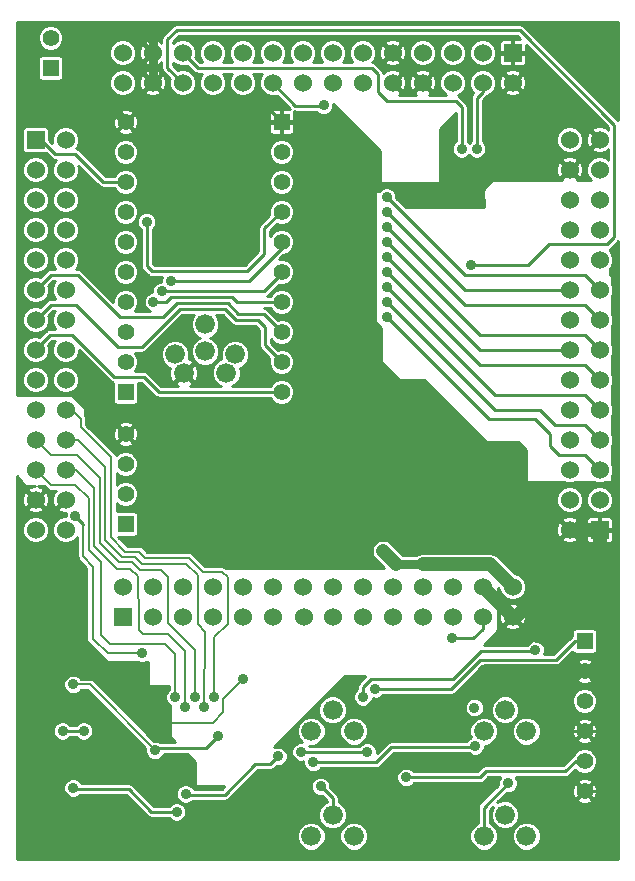
<source format=gbl>
G04 (created by PCBNEW (2013-07-07 BZR 4022)-stable) date 7/4/2017 7:52:43 PM*
%MOIN*%
G04 Gerber Fmt 3.4, Leading zero omitted, Abs format*
%FSLAX34Y34*%
G01*
G70*
G90*
G04 APERTURE LIST*
%ADD10C,0.00590551*%
%ADD11C,0.06*%
%ADD12R,0.06X0.06*%
%ADD13R,0.055X0.055*%
%ADD14C,0.055*%
%ADD15C,0.066*%
%ADD16C,0.035*%
%ADD17C,0.01*%
%ADD18C,0.03*%
%ADD19C,0.045*%
%ADD20C,0.008*%
%ADD21C,0.02*%
G04 APERTURE END LIST*
G54D10*
G54D11*
X47900Y-31900D03*
X47900Y-30900D03*
X47900Y-29900D03*
X47900Y-28900D03*
X48900Y-40900D03*
X48900Y-39900D03*
X48900Y-38900D03*
X48900Y-37900D03*
X48900Y-36900D03*
X47900Y-40900D03*
X48900Y-35900D03*
X47900Y-39900D03*
X48900Y-34900D03*
X47900Y-38900D03*
X48900Y-33900D03*
X47900Y-37900D03*
X48900Y-32900D03*
X47900Y-36900D03*
X48900Y-31900D03*
X47900Y-35900D03*
X48900Y-30900D03*
X47900Y-34900D03*
X48900Y-29900D03*
X47900Y-33900D03*
X48900Y-28900D03*
X47900Y-32900D03*
X48900Y-27900D03*
G54D12*
X47900Y-27900D03*
X66700Y-40900D03*
G54D11*
X65700Y-40900D03*
X66700Y-35900D03*
X65700Y-39900D03*
X66700Y-34900D03*
X65700Y-38900D03*
X66700Y-33900D03*
X65700Y-37900D03*
X66700Y-32900D03*
X65700Y-36900D03*
X66700Y-31900D03*
X65700Y-35900D03*
X66700Y-30900D03*
X65700Y-34900D03*
X66700Y-29900D03*
X65700Y-33900D03*
X66700Y-28900D03*
X65700Y-32900D03*
X66700Y-27900D03*
X65700Y-31900D03*
X65700Y-30900D03*
X65700Y-29900D03*
X65700Y-28900D03*
X65700Y-27900D03*
X66700Y-39900D03*
X66700Y-38900D03*
X66700Y-37900D03*
X66700Y-36900D03*
X59800Y-25000D03*
X60800Y-25000D03*
X61800Y-25000D03*
X62800Y-25000D03*
X50800Y-26000D03*
X51800Y-26000D03*
X52800Y-26000D03*
X53800Y-26000D03*
X54800Y-26000D03*
X50800Y-25000D03*
X55800Y-26000D03*
X51800Y-25000D03*
X56800Y-26000D03*
X52800Y-25000D03*
X57800Y-26000D03*
X53800Y-25000D03*
X58800Y-26000D03*
X54800Y-25000D03*
X59800Y-26000D03*
X55800Y-25000D03*
X60800Y-26000D03*
X56800Y-25000D03*
X61800Y-26000D03*
X57800Y-25000D03*
X62800Y-26000D03*
X58800Y-25000D03*
X63800Y-26000D03*
G54D12*
X63800Y-25000D03*
X50800Y-43800D03*
G54D11*
X50800Y-42800D03*
X55800Y-43800D03*
X51800Y-42800D03*
X56850Y-43800D03*
X52800Y-42800D03*
X57800Y-43800D03*
X53800Y-42800D03*
X58800Y-43800D03*
X54800Y-42800D03*
X59800Y-43800D03*
X55800Y-42800D03*
X60800Y-43800D03*
X56800Y-42800D03*
X61800Y-43800D03*
X57800Y-42800D03*
X62800Y-43800D03*
X58800Y-42800D03*
X63800Y-43800D03*
X59800Y-42800D03*
X60800Y-42800D03*
X61800Y-42800D03*
X62800Y-42800D03*
X63800Y-42800D03*
X51800Y-43800D03*
X52800Y-43800D03*
X53800Y-43800D03*
X54800Y-43800D03*
G54D13*
X48400Y-25500D03*
G54D14*
X48400Y-24500D03*
X50900Y-27300D03*
X50900Y-28300D03*
X50900Y-29300D03*
X50900Y-30300D03*
X50900Y-31300D03*
X50900Y-32300D03*
X50900Y-33300D03*
X50900Y-34300D03*
G54D13*
X50900Y-36300D03*
G54D14*
X50900Y-35300D03*
G54D15*
X52840Y-35660D03*
X53550Y-34950D03*
X54260Y-35660D03*
X62840Y-47610D03*
X63550Y-46900D03*
X64260Y-47610D03*
X57090Y-51110D03*
X57800Y-50400D03*
X58510Y-51110D03*
X62840Y-51110D03*
X63550Y-50400D03*
X64260Y-51110D03*
X57090Y-47610D03*
X57800Y-46900D03*
X58510Y-47610D03*
G54D14*
X56100Y-36300D03*
X56100Y-35300D03*
X56100Y-34300D03*
X56100Y-33300D03*
X56100Y-32300D03*
X56100Y-31300D03*
X56100Y-30300D03*
X56100Y-29300D03*
G54D13*
X56100Y-27300D03*
G54D14*
X56100Y-28300D03*
X66200Y-49600D03*
X66200Y-48600D03*
X66200Y-47600D03*
X66200Y-46600D03*
G54D13*
X66200Y-44600D03*
G54D14*
X66200Y-45600D03*
X50900Y-37700D03*
X50900Y-38700D03*
G54D13*
X50900Y-40700D03*
G54D14*
X50900Y-39700D03*
G54D15*
X52550Y-35050D03*
X53550Y-34050D03*
X54550Y-35050D03*
G54D16*
X55975Y-48450D03*
X52900Y-49700D03*
X62525Y-46825D03*
X59475Y-41600D03*
X49150Y-46050D03*
X53975Y-47775D03*
X51875Y-48250D03*
X62550Y-48100D03*
X57150Y-48650D03*
X59600Y-33300D03*
X59600Y-32800D03*
X57500Y-26750D03*
X62600Y-28200D03*
X59600Y-32300D03*
X59600Y-31800D03*
X59600Y-31300D03*
X59600Y-30800D03*
X59600Y-30300D03*
X59600Y-29800D03*
X51450Y-45000D03*
X49225Y-40450D03*
X59600Y-33800D03*
X51825Y-33300D03*
X52100Y-32950D03*
X52400Y-32600D03*
X51600Y-30625D03*
X53850Y-46475D03*
X61780Y-44520D03*
X52550Y-46475D03*
X52875Y-46800D03*
X53200Y-46475D03*
X53525Y-46800D03*
X62412Y-32082D03*
X62100Y-28200D03*
X62000Y-30000D03*
X60200Y-50200D03*
X61150Y-50350D03*
X60325Y-39725D03*
X63900Y-41550D03*
X56800Y-49525D03*
X48100Y-45600D03*
X48200Y-50775D03*
X50675Y-50200D03*
X50675Y-51050D03*
X61150Y-47300D03*
X63500Y-27125D03*
X66200Y-42500D03*
X52150Y-47325D03*
X54825Y-45875D03*
X51800Y-46425D03*
X49150Y-49500D03*
X52600Y-50300D03*
X48800Y-47600D03*
X49500Y-47600D03*
X57400Y-49450D03*
X60250Y-49150D03*
X63650Y-49350D03*
X56750Y-48300D03*
X58950Y-48300D03*
X59230Y-46198D03*
X58810Y-46468D03*
X64562Y-44914D03*
G54D17*
X55975Y-48450D02*
X55725Y-48700D01*
X55225Y-48700D02*
X55725Y-48700D01*
X54200Y-49725D02*
X55225Y-48700D01*
X52925Y-49725D02*
X54200Y-49725D01*
X52925Y-49725D02*
X52900Y-49700D01*
G54D18*
X60800Y-42050D02*
X59925Y-42050D01*
G54D19*
X59925Y-42050D02*
X59475Y-41600D01*
G54D20*
X51875Y-48250D02*
X51875Y-48225D01*
X49700Y-46050D02*
X49150Y-46050D01*
X51875Y-48225D02*
X49700Y-46050D01*
G54D19*
X63800Y-42800D02*
X63050Y-42050D01*
X63050Y-42050D02*
X60800Y-42050D01*
G54D18*
X60800Y-42050D02*
X60780Y-42050D01*
G54D17*
X53975Y-47775D02*
X53575Y-48175D01*
X51950Y-48175D02*
X51875Y-48250D01*
X53575Y-48175D02*
X51950Y-48175D01*
X62550Y-48100D02*
X62500Y-48150D01*
X62500Y-48150D02*
X59750Y-48150D01*
X59750Y-48150D02*
X59250Y-48650D01*
X59250Y-48650D02*
X57150Y-48650D01*
X59600Y-33300D02*
X63200Y-36900D01*
X63200Y-36900D02*
X64700Y-36900D01*
X66200Y-37400D02*
X66700Y-37900D01*
X65200Y-37400D02*
X66200Y-37400D01*
X64700Y-36900D02*
X65200Y-37400D01*
X59600Y-32800D02*
X63200Y-36400D01*
X63200Y-36400D02*
X66200Y-36400D01*
X66200Y-36400D02*
X66700Y-36900D01*
X56560Y-26760D02*
X55800Y-26000D01*
X57510Y-26760D02*
X56560Y-26760D01*
X57500Y-26750D02*
X57510Y-26760D01*
X62800Y-26300D02*
X62800Y-26000D01*
X62600Y-26500D02*
X62800Y-26300D01*
X62600Y-28200D02*
X62600Y-26500D01*
X59600Y-32300D02*
X62700Y-35400D01*
X62700Y-35400D02*
X66200Y-35400D01*
X66200Y-35400D02*
X66700Y-35900D01*
X62700Y-34900D02*
X65700Y-34900D01*
X59600Y-31800D02*
X62700Y-34900D01*
X66200Y-34400D02*
X66700Y-34900D01*
X62700Y-34400D02*
X66200Y-34400D01*
X59600Y-31300D02*
X62700Y-34400D01*
X66200Y-33400D02*
X66700Y-33900D01*
X62200Y-33400D02*
X66200Y-33400D01*
X59600Y-30800D02*
X62200Y-33400D01*
X59600Y-30300D02*
X62200Y-32900D01*
X62200Y-32900D02*
X65700Y-32900D01*
X59600Y-29800D02*
X62200Y-32400D01*
X62200Y-32400D02*
X66200Y-32400D01*
X66200Y-32400D02*
X66700Y-32900D01*
X49475Y-40725D02*
X49475Y-40700D01*
G54D20*
X49475Y-41775D02*
X49475Y-40750D01*
X49825Y-42125D02*
X49475Y-41775D01*
X49825Y-44525D02*
X49825Y-42125D01*
X50300Y-45000D02*
X49825Y-44525D01*
X51450Y-45000D02*
X50300Y-45000D01*
X49475Y-40750D02*
X49475Y-40725D01*
G54D17*
X49475Y-40700D02*
X49225Y-40450D01*
X59600Y-33800D02*
X63000Y-37200D01*
X63000Y-37200D02*
X64550Y-37200D01*
X66200Y-38400D02*
X66700Y-38900D01*
X65350Y-38400D02*
X66200Y-38400D01*
X65050Y-38100D02*
X65350Y-38400D01*
X65050Y-37700D02*
X65050Y-38100D01*
X64550Y-37200D02*
X65050Y-37700D01*
X50900Y-29300D02*
X50150Y-29300D01*
X50150Y-29300D02*
X49225Y-28375D01*
X49225Y-28375D02*
X48550Y-28375D01*
X48075Y-27900D02*
X47900Y-27900D01*
X48550Y-28375D02*
X48075Y-27900D01*
X56100Y-34300D02*
X55500Y-33700D01*
X52150Y-33800D02*
X51250Y-33800D01*
X52600Y-33350D02*
X52150Y-33800D01*
X54300Y-33350D02*
X52600Y-33350D01*
X54650Y-33700D02*
X54300Y-33350D01*
X55500Y-33700D02*
X54650Y-33700D01*
X48400Y-32400D02*
X47900Y-32900D01*
X49300Y-32400D02*
X48400Y-32400D01*
X50700Y-33800D02*
X49300Y-32400D01*
X51250Y-33800D02*
X50700Y-33800D01*
X51250Y-33800D02*
X51250Y-33800D01*
X52400Y-33150D02*
X54450Y-33150D01*
X52400Y-33150D02*
X52250Y-33300D01*
X52250Y-33300D02*
X51825Y-33300D01*
X54600Y-33300D02*
X56100Y-33300D01*
X54450Y-33150D02*
X54600Y-33300D01*
X55500Y-32950D02*
X52100Y-32950D01*
X56100Y-32300D02*
X56100Y-32350D01*
X56100Y-32350D02*
X55500Y-32950D01*
X55000Y-32600D02*
X52400Y-32600D01*
X56100Y-31500D02*
X55000Y-32600D01*
X56100Y-31300D02*
X56100Y-31500D01*
X54950Y-32275D02*
X51775Y-32275D01*
X56075Y-30300D02*
X55525Y-30850D01*
X55525Y-30850D02*
X55525Y-31700D01*
X55525Y-31700D02*
X54950Y-32275D01*
X56075Y-30300D02*
X56100Y-30300D01*
X51600Y-32100D02*
X51600Y-30625D01*
X51775Y-32275D02*
X51600Y-32100D01*
X47900Y-34875D02*
X47900Y-34900D01*
X48375Y-34400D02*
X47900Y-34875D01*
X49125Y-34400D02*
X48375Y-34400D01*
X50525Y-35800D02*
X49125Y-34400D01*
X51500Y-35800D02*
X50525Y-35800D01*
X52000Y-36300D02*
X51500Y-35800D01*
X56100Y-36300D02*
X52000Y-36300D01*
X56100Y-35300D02*
X55550Y-34750D01*
X50650Y-34800D02*
X49250Y-33400D01*
X49250Y-33400D02*
X48400Y-33400D01*
X48400Y-33400D02*
X47900Y-33900D01*
X51450Y-34800D02*
X50650Y-34800D01*
X52700Y-33550D02*
X51450Y-34800D01*
X54219Y-33550D02*
X52700Y-33550D01*
X54569Y-33900D02*
X54219Y-33550D01*
X55300Y-33900D02*
X54569Y-33900D01*
X55550Y-34150D02*
X55300Y-33900D01*
X55550Y-34750D02*
X55550Y-34150D01*
G54D20*
X53850Y-44725D02*
X53850Y-44475D01*
X53850Y-46475D02*
X53850Y-44725D01*
X49100Y-36900D02*
X48900Y-36900D01*
X49400Y-37200D02*
X49100Y-36900D01*
X49400Y-37475D02*
X49400Y-37200D01*
X50400Y-38475D02*
X49400Y-37475D01*
X50400Y-41150D02*
X50400Y-38475D01*
X50889Y-41639D02*
X50400Y-41150D01*
X51364Y-41639D02*
X50889Y-41639D01*
X51550Y-41825D02*
X51364Y-41639D01*
X53000Y-41825D02*
X51550Y-41825D01*
X53475Y-42300D02*
X53000Y-41825D01*
X54125Y-42300D02*
X53475Y-42300D01*
X54300Y-42475D02*
X54125Y-42300D01*
X54300Y-44025D02*
X54300Y-42475D01*
X53850Y-44475D02*
X54300Y-44025D01*
X53850Y-46350D02*
X53850Y-46475D01*
G54D17*
X62800Y-44190D02*
X62800Y-43800D01*
X62480Y-44510D02*
X62800Y-44190D01*
X61790Y-44510D02*
X62480Y-44510D01*
X61780Y-44520D02*
X61790Y-44510D01*
G54D20*
X51500Y-44700D02*
X50375Y-44700D01*
X52550Y-46475D02*
X52550Y-45025D01*
X52225Y-44700D02*
X51500Y-44700D01*
X52550Y-45025D02*
X52225Y-44700D01*
X48400Y-39400D02*
X47900Y-38900D01*
X49225Y-39400D02*
X48400Y-39400D01*
X49675Y-39850D02*
X49225Y-39400D01*
X49675Y-41575D02*
X49675Y-39850D01*
X50075Y-41975D02*
X49675Y-41575D01*
X50075Y-44400D02*
X50075Y-41975D01*
X50375Y-44700D02*
X50075Y-44400D01*
X51300Y-43175D02*
X51300Y-42450D01*
X51300Y-42450D02*
X51050Y-42200D01*
X51050Y-42200D02*
X50600Y-42200D01*
X50600Y-42200D02*
X49850Y-41450D01*
X49850Y-41450D02*
X49850Y-39500D01*
X49850Y-39500D02*
X49250Y-38900D01*
X51350Y-44250D02*
X51350Y-43225D01*
X51350Y-43225D02*
X51300Y-43175D01*
X49250Y-38900D02*
X48900Y-38900D01*
X52875Y-46800D02*
X52875Y-44950D01*
X51475Y-44375D02*
X51350Y-44250D01*
X52300Y-44375D02*
X51475Y-44375D01*
X52875Y-44950D02*
X52300Y-44375D01*
X51125Y-41975D02*
X50675Y-41975D01*
X50050Y-39175D02*
X49275Y-38400D01*
X50050Y-41350D02*
X50050Y-39175D01*
X50675Y-41975D02*
X50050Y-41350D01*
X52075Y-42225D02*
X51375Y-42225D01*
X51375Y-42225D02*
X51125Y-41975D01*
X49275Y-38400D02*
X48400Y-38400D01*
X52312Y-44012D02*
X52312Y-42462D01*
X52312Y-42462D02*
X52075Y-42225D01*
X48400Y-38400D02*
X47900Y-37900D01*
X53200Y-46475D02*
X53200Y-44900D01*
X53200Y-44900D02*
X52312Y-44012D01*
X52312Y-44012D02*
X52300Y-44000D01*
X53300Y-44050D02*
X53300Y-42400D01*
X49325Y-37900D02*
X48900Y-37900D01*
X50225Y-38800D02*
X49325Y-37900D01*
X50225Y-41250D02*
X50225Y-38800D01*
X50775Y-41800D02*
X50225Y-41250D01*
X51225Y-41800D02*
X50775Y-41800D01*
X51450Y-42025D02*
X51225Y-41800D01*
X52925Y-42025D02*
X51450Y-42025D01*
X53300Y-42400D02*
X52925Y-42025D01*
X53550Y-44300D02*
X53300Y-44050D01*
X53525Y-46800D02*
X53550Y-44300D01*
G54D17*
X62412Y-32082D02*
X64324Y-32082D01*
X52298Y-25498D02*
X52800Y-26000D01*
X52298Y-24550D02*
X52298Y-25498D01*
X52606Y-24242D02*
X52298Y-24550D01*
X64036Y-24242D02*
X52606Y-24242D01*
X67194Y-27400D02*
X64036Y-24242D01*
X67194Y-31136D02*
X67194Y-27400D01*
X66942Y-31388D02*
X67194Y-31136D01*
X65018Y-31388D02*
X66942Y-31388D01*
X64324Y-32082D02*
X65018Y-31388D01*
X62412Y-32082D02*
X62410Y-32080D01*
X53300Y-25500D02*
X52800Y-25000D01*
X59100Y-25500D02*
X53300Y-25500D01*
X59300Y-25700D02*
X59100Y-25500D01*
X59300Y-26300D02*
X59300Y-25700D01*
X59600Y-26600D02*
X59300Y-26300D01*
X61900Y-26600D02*
X59600Y-26600D01*
X62100Y-26800D02*
X61900Y-26600D01*
X62100Y-28200D02*
X62100Y-26800D01*
G54D18*
X63500Y-28500D02*
X62000Y-30000D01*
G54D19*
X65700Y-40900D02*
X66700Y-40900D01*
X66700Y-40900D02*
X66700Y-42450D01*
X66700Y-42450D02*
X66650Y-42500D01*
X61150Y-47300D02*
X61200Y-47300D01*
X61200Y-47300D02*
X62900Y-45600D01*
X62900Y-45600D02*
X66200Y-45600D01*
G54D21*
X61150Y-50350D02*
X60350Y-50350D01*
X60350Y-50350D02*
X60200Y-50200D01*
G54D19*
X63900Y-41550D02*
X62100Y-39750D01*
X60350Y-39750D02*
X60325Y-39725D01*
X60350Y-39750D02*
X62100Y-39750D01*
X64540Y-42380D02*
X64540Y-42190D01*
X64540Y-42190D02*
X63900Y-41550D01*
G54D17*
X56100Y-27300D02*
X55700Y-26900D01*
X55700Y-26900D02*
X52700Y-26900D01*
X55275Y-51050D02*
X56800Y-49525D01*
X50675Y-51050D02*
X55275Y-51050D01*
X50675Y-51050D02*
X48475Y-51050D01*
X48475Y-51050D02*
X48200Y-50775D01*
X50675Y-51050D02*
X50675Y-50200D01*
X66200Y-47600D02*
X66600Y-47600D01*
X66600Y-49600D02*
X66200Y-49600D01*
X66750Y-49450D02*
X66600Y-49600D01*
X66750Y-47750D02*
X66750Y-49450D01*
X66600Y-47600D02*
X66750Y-47750D01*
X66200Y-45600D02*
X65800Y-45600D01*
X65800Y-45600D02*
X65500Y-45900D01*
X65500Y-45900D02*
X65500Y-47300D01*
X65800Y-47600D02*
X66200Y-47600D01*
G54D19*
X66975Y-42825D02*
X66975Y-45125D01*
X66975Y-42825D02*
X66650Y-42500D01*
X66500Y-45600D02*
X66200Y-45600D01*
X66975Y-45125D02*
X66500Y-45600D01*
X66200Y-42500D02*
X66650Y-42500D01*
G54D18*
X51800Y-26000D02*
X51800Y-25000D01*
X50900Y-27300D02*
X50100Y-26500D01*
X50100Y-26500D02*
X50100Y-24600D01*
X50100Y-24600D02*
X50400Y-24300D01*
X50400Y-24300D02*
X51500Y-24300D01*
X51500Y-24300D02*
X51800Y-24600D01*
X51800Y-24600D02*
X51800Y-25000D01*
X63500Y-28500D02*
X63500Y-27125D01*
G54D17*
X66700Y-27900D02*
X66675Y-27900D01*
X64200Y-26400D02*
X63800Y-26000D01*
X65175Y-26400D02*
X64200Y-26400D01*
X66675Y-27900D02*
X65175Y-26400D01*
X52700Y-26900D02*
X51800Y-26000D01*
X59800Y-26000D02*
X60300Y-25500D01*
X60800Y-26000D02*
X60300Y-25500D01*
X60300Y-25500D02*
X59800Y-25000D01*
X63800Y-26000D02*
X63300Y-25500D01*
X63300Y-25500D02*
X61300Y-25500D01*
X61300Y-25500D02*
X60800Y-26000D01*
G54D19*
X63800Y-43800D02*
X62800Y-42800D01*
X64540Y-42500D02*
X64540Y-42380D01*
X66200Y-42500D02*
X64540Y-42500D01*
X63800Y-43800D02*
X63900Y-43800D01*
X63900Y-43800D02*
X64540Y-43160D01*
X64540Y-43160D02*
X64540Y-42380D01*
G54D18*
X64540Y-42380D02*
X64540Y-42380D01*
G54D20*
X54825Y-45875D02*
X54150Y-46550D01*
X54150Y-46550D02*
X54150Y-46975D01*
X54150Y-46975D02*
X53800Y-47325D01*
X53800Y-47325D02*
X52150Y-47325D01*
G54D17*
X51800Y-46425D02*
X52150Y-46775D01*
X52150Y-46775D02*
X52150Y-47325D01*
X65500Y-47300D02*
X65800Y-47600D01*
X49200Y-49550D02*
X49150Y-49500D01*
X51000Y-49550D02*
X49200Y-49550D01*
X51750Y-50300D02*
X51000Y-49550D01*
X52600Y-50300D02*
X51750Y-50300D01*
X49500Y-47600D02*
X48800Y-47600D01*
X57800Y-50400D02*
X57800Y-49850D01*
X57800Y-49850D02*
X57400Y-49450D01*
X66200Y-48600D02*
X65900Y-48600D01*
X62700Y-49150D02*
X60250Y-49150D01*
X62900Y-48950D02*
X62700Y-49150D01*
X65550Y-48950D02*
X62900Y-48950D01*
X65900Y-48600D02*
X65550Y-48950D01*
X62840Y-51110D02*
X62840Y-50160D01*
X62840Y-50160D02*
X63650Y-49350D01*
X56750Y-48300D02*
X58950Y-48300D01*
X66200Y-44600D02*
X65876Y-44600D01*
X61758Y-46198D02*
X59230Y-46198D01*
X62716Y-45240D02*
X61758Y-46198D01*
X65236Y-45240D02*
X62716Y-45240D01*
X65876Y-44600D02*
X65236Y-45240D01*
X58810Y-46138D02*
X58810Y-46468D01*
X59080Y-45868D02*
X58810Y-46138D01*
X61804Y-45868D02*
X59080Y-45868D01*
X62744Y-44928D02*
X61804Y-45868D01*
X64548Y-44928D02*
X62744Y-44928D01*
X64562Y-44914D02*
X64548Y-44928D01*
G54D10*
G36*
X67330Y-51855D02*
X67150Y-51855D01*
X67150Y-39810D01*
X67081Y-39645D01*
X66955Y-39518D01*
X66789Y-39450D01*
X66610Y-39449D01*
X66445Y-39518D01*
X66318Y-39644D01*
X66250Y-39810D01*
X66249Y-39989D01*
X66318Y-40154D01*
X66444Y-40281D01*
X66610Y-40349D01*
X66789Y-40350D01*
X66954Y-40281D01*
X67081Y-40155D01*
X67149Y-39989D01*
X67150Y-39810D01*
X67150Y-51855D01*
X67150Y-51855D01*
X67150Y-41229D01*
X67150Y-40570D01*
X67127Y-40515D01*
X67085Y-40472D01*
X67029Y-40450D01*
X66970Y-40449D01*
X66762Y-40450D01*
X66725Y-40487D01*
X66725Y-40875D01*
X67112Y-40875D01*
X67150Y-40837D01*
X67150Y-40570D01*
X67150Y-41229D01*
X67150Y-40962D01*
X67112Y-40925D01*
X66725Y-40925D01*
X66725Y-41312D01*
X66762Y-41350D01*
X66970Y-41350D01*
X67029Y-41349D01*
X67085Y-41327D01*
X67127Y-41284D01*
X67150Y-41229D01*
X67150Y-51855D01*
X66675Y-51855D01*
X66675Y-41312D01*
X66675Y-40925D01*
X66675Y-40875D01*
X66675Y-40487D01*
X66637Y-40450D01*
X66429Y-40449D01*
X66370Y-40450D01*
X66314Y-40472D01*
X66272Y-40515D01*
X66249Y-40570D01*
X66250Y-40837D01*
X66287Y-40875D01*
X66675Y-40875D01*
X66675Y-40925D01*
X66287Y-40925D01*
X66250Y-40962D01*
X66249Y-41229D01*
X66272Y-41284D01*
X66314Y-41327D01*
X66370Y-41349D01*
X66429Y-41350D01*
X66637Y-41350D01*
X66675Y-41312D01*
X66675Y-51855D01*
X66626Y-51855D01*
X66626Y-49676D01*
X66626Y-47676D01*
X66626Y-45676D01*
X66623Y-45507D01*
X66564Y-45365D01*
X66497Y-45338D01*
X66461Y-45373D01*
X66461Y-45302D01*
X66434Y-45235D01*
X66276Y-45173D01*
X66107Y-45176D01*
X65965Y-45235D01*
X65938Y-45302D01*
X66200Y-45564D01*
X66461Y-45302D01*
X66461Y-45373D01*
X66235Y-45600D01*
X66497Y-45861D01*
X66564Y-45834D01*
X66626Y-45676D01*
X66626Y-47676D01*
X66625Y-47600D01*
X66625Y-46515D01*
X66560Y-46359D01*
X66461Y-46260D01*
X66461Y-45897D01*
X66200Y-45635D01*
X66164Y-45670D01*
X66164Y-45600D01*
X65902Y-45338D01*
X65835Y-45365D01*
X65773Y-45523D01*
X65776Y-45692D01*
X65835Y-45834D01*
X65902Y-45861D01*
X66164Y-45600D01*
X66164Y-45670D01*
X65938Y-45897D01*
X65965Y-45964D01*
X66123Y-46026D01*
X66292Y-46023D01*
X66434Y-45964D01*
X66461Y-45897D01*
X66461Y-46260D01*
X66441Y-46239D01*
X66284Y-46175D01*
X66115Y-46174D01*
X65959Y-46239D01*
X65839Y-46358D01*
X65775Y-46515D01*
X65774Y-46684D01*
X65839Y-46840D01*
X65958Y-46960D01*
X66115Y-47024D01*
X66284Y-47025D01*
X66440Y-46960D01*
X66560Y-46841D01*
X66624Y-46684D01*
X66625Y-46515D01*
X66625Y-47600D01*
X66623Y-47507D01*
X66564Y-47365D01*
X66497Y-47338D01*
X66461Y-47373D01*
X66461Y-47302D01*
X66434Y-47235D01*
X66276Y-47173D01*
X66107Y-47176D01*
X65965Y-47235D01*
X65938Y-47302D01*
X66200Y-47564D01*
X66461Y-47302D01*
X66461Y-47373D01*
X66235Y-47600D01*
X66497Y-47861D01*
X66564Y-47834D01*
X66626Y-47676D01*
X66626Y-49676D01*
X66625Y-49600D01*
X66625Y-48515D01*
X66560Y-48359D01*
X66461Y-48260D01*
X66461Y-47897D01*
X66200Y-47635D01*
X66164Y-47670D01*
X66164Y-47600D01*
X65902Y-47338D01*
X65835Y-47365D01*
X65773Y-47523D01*
X65776Y-47692D01*
X65835Y-47834D01*
X65902Y-47861D01*
X66164Y-47600D01*
X66164Y-47670D01*
X65938Y-47897D01*
X65965Y-47964D01*
X66123Y-48026D01*
X66292Y-48023D01*
X66434Y-47964D01*
X66461Y-47897D01*
X66461Y-48260D01*
X66441Y-48239D01*
X66284Y-48175D01*
X66115Y-48174D01*
X65959Y-48239D01*
X65839Y-48358D01*
X65813Y-48421D01*
X65813Y-48421D01*
X65801Y-48429D01*
X65758Y-48458D01*
X65467Y-48750D01*
X64740Y-48750D01*
X64740Y-47514D01*
X64667Y-47338D01*
X64532Y-47203D01*
X64355Y-47130D01*
X64164Y-47129D01*
X64030Y-47185D01*
X64030Y-46804D01*
X63957Y-46628D01*
X63822Y-46493D01*
X63645Y-46420D01*
X63454Y-46419D01*
X63278Y-46492D01*
X63143Y-46627D01*
X63070Y-46804D01*
X63069Y-46995D01*
X63142Y-47171D01*
X63277Y-47306D01*
X63454Y-47379D01*
X63645Y-47380D01*
X63821Y-47307D01*
X63956Y-47172D01*
X64029Y-46995D01*
X64030Y-46804D01*
X64030Y-47185D01*
X63988Y-47202D01*
X63853Y-47337D01*
X63780Y-47514D01*
X63779Y-47705D01*
X63852Y-47881D01*
X63987Y-48016D01*
X64164Y-48089D01*
X64355Y-48090D01*
X64531Y-48017D01*
X64666Y-47882D01*
X64739Y-47705D01*
X64740Y-47514D01*
X64740Y-48750D01*
X63320Y-48750D01*
X63320Y-47514D01*
X63247Y-47338D01*
X63112Y-47203D01*
X62935Y-47130D01*
X62850Y-47130D01*
X62850Y-46760D01*
X62800Y-46641D01*
X62709Y-46549D01*
X62589Y-46500D01*
X62460Y-46499D01*
X62341Y-46549D01*
X62249Y-46640D01*
X62200Y-46760D01*
X62199Y-46889D01*
X62249Y-47008D01*
X62340Y-47100D01*
X62460Y-47149D01*
X62589Y-47150D01*
X62708Y-47100D01*
X62800Y-47009D01*
X62849Y-46889D01*
X62850Y-46760D01*
X62850Y-47130D01*
X62744Y-47129D01*
X62568Y-47202D01*
X62433Y-47337D01*
X62360Y-47514D01*
X62359Y-47705D01*
X62402Y-47809D01*
X62366Y-47824D01*
X62274Y-47915D01*
X62260Y-47950D01*
X59750Y-47950D01*
X59686Y-47962D01*
X59673Y-47965D01*
X59608Y-48008D01*
X59274Y-48342D01*
X59275Y-48235D01*
X59225Y-48116D01*
X59134Y-48024D01*
X59014Y-47975D01*
X58990Y-47975D01*
X58990Y-47514D01*
X58917Y-47338D01*
X58782Y-47203D01*
X58605Y-47130D01*
X58414Y-47129D01*
X58280Y-47185D01*
X58280Y-46804D01*
X58207Y-46628D01*
X58072Y-46493D01*
X57895Y-46420D01*
X57704Y-46419D01*
X57528Y-46492D01*
X57393Y-46627D01*
X57320Y-46804D01*
X57319Y-46995D01*
X57392Y-47171D01*
X57527Y-47306D01*
X57704Y-47379D01*
X57895Y-47380D01*
X58071Y-47307D01*
X58206Y-47172D01*
X58279Y-46995D01*
X58280Y-46804D01*
X58280Y-47185D01*
X58238Y-47202D01*
X58103Y-47337D01*
X58030Y-47514D01*
X58029Y-47705D01*
X58102Y-47881D01*
X58237Y-48016D01*
X58414Y-48089D01*
X58605Y-48090D01*
X58781Y-48017D01*
X58916Y-47882D01*
X58989Y-47705D01*
X58990Y-47514D01*
X58990Y-47975D01*
X58885Y-47974D01*
X58766Y-48024D01*
X58690Y-48100D01*
X57009Y-48100D01*
X56999Y-48089D01*
X57185Y-48090D01*
X57361Y-48017D01*
X57496Y-47882D01*
X57569Y-47705D01*
X57570Y-47514D01*
X57497Y-47338D01*
X57362Y-47203D01*
X57185Y-47130D01*
X56994Y-47129D01*
X56818Y-47202D01*
X56683Y-47337D01*
X56610Y-47514D01*
X56609Y-47705D01*
X56682Y-47881D01*
X56776Y-47975D01*
X56685Y-47974D01*
X56566Y-48024D01*
X56474Y-48115D01*
X56425Y-48235D01*
X56424Y-48364D01*
X56474Y-48483D01*
X56565Y-48575D01*
X56685Y-48624D01*
X56814Y-48625D01*
X56825Y-48620D01*
X56824Y-48714D01*
X56874Y-48833D01*
X56965Y-48925D01*
X57085Y-48974D01*
X57214Y-48975D01*
X57333Y-48925D01*
X57409Y-48850D01*
X59250Y-48850D01*
X59326Y-48834D01*
X59391Y-48791D01*
X59832Y-48350D01*
X62340Y-48350D01*
X62365Y-48375D01*
X62485Y-48424D01*
X62614Y-48425D01*
X62733Y-48375D01*
X62825Y-48284D01*
X62874Y-48164D01*
X62875Y-48090D01*
X62935Y-48090D01*
X63111Y-48017D01*
X63246Y-47882D01*
X63319Y-47705D01*
X63320Y-47514D01*
X63320Y-48750D01*
X62900Y-48750D01*
X62823Y-48765D01*
X62801Y-48779D01*
X62758Y-48808D01*
X62617Y-48950D01*
X60509Y-48950D01*
X60434Y-48874D01*
X60314Y-48825D01*
X60185Y-48824D01*
X60066Y-48874D01*
X59974Y-48965D01*
X59925Y-49085D01*
X59924Y-49214D01*
X59974Y-49333D01*
X60065Y-49425D01*
X60185Y-49474D01*
X60314Y-49475D01*
X60433Y-49425D01*
X60509Y-49350D01*
X62700Y-49350D01*
X62776Y-49334D01*
X62841Y-49291D01*
X62982Y-49150D01*
X63390Y-49150D01*
X63374Y-49165D01*
X63325Y-49285D01*
X63324Y-49392D01*
X62698Y-50018D01*
X62655Y-50083D01*
X62640Y-50160D01*
X62640Y-50673D01*
X62568Y-50702D01*
X62433Y-50837D01*
X62360Y-51014D01*
X62359Y-51205D01*
X62432Y-51381D01*
X62567Y-51516D01*
X62744Y-51589D01*
X62935Y-51590D01*
X63111Y-51517D01*
X63246Y-51382D01*
X63319Y-51205D01*
X63320Y-51014D01*
X63247Y-50838D01*
X63112Y-50703D01*
X63040Y-50673D01*
X63040Y-50242D01*
X63134Y-50147D01*
X63070Y-50304D01*
X63069Y-50495D01*
X63142Y-50671D01*
X63277Y-50806D01*
X63454Y-50879D01*
X63645Y-50880D01*
X63821Y-50807D01*
X63956Y-50672D01*
X64029Y-50495D01*
X64030Y-50304D01*
X63957Y-50128D01*
X63822Y-49993D01*
X63645Y-49920D01*
X63454Y-49919D01*
X63298Y-49984D01*
X63607Y-49674D01*
X63714Y-49675D01*
X63833Y-49625D01*
X63925Y-49534D01*
X63974Y-49414D01*
X63975Y-49285D01*
X63925Y-49166D01*
X63909Y-49150D01*
X65550Y-49150D01*
X65626Y-49134D01*
X65691Y-49091D01*
X65890Y-48891D01*
X65958Y-48960D01*
X66115Y-49024D01*
X66284Y-49025D01*
X66440Y-48960D01*
X66560Y-48841D01*
X66624Y-48684D01*
X66625Y-48515D01*
X66625Y-49600D01*
X66623Y-49507D01*
X66564Y-49365D01*
X66497Y-49338D01*
X66461Y-49373D01*
X66461Y-49302D01*
X66434Y-49235D01*
X66276Y-49173D01*
X66107Y-49176D01*
X65965Y-49235D01*
X65938Y-49302D01*
X66200Y-49564D01*
X66461Y-49302D01*
X66461Y-49373D01*
X66235Y-49600D01*
X66497Y-49861D01*
X66564Y-49834D01*
X66626Y-49676D01*
X66626Y-51855D01*
X66461Y-51855D01*
X66461Y-49897D01*
X66200Y-49635D01*
X66164Y-49670D01*
X66164Y-49600D01*
X65902Y-49338D01*
X65835Y-49365D01*
X65773Y-49523D01*
X65776Y-49692D01*
X65835Y-49834D01*
X65902Y-49861D01*
X66164Y-49600D01*
X66164Y-49670D01*
X65938Y-49897D01*
X65965Y-49964D01*
X66123Y-50026D01*
X66292Y-50023D01*
X66434Y-49964D01*
X66461Y-49897D01*
X66461Y-51855D01*
X64740Y-51855D01*
X64740Y-51014D01*
X64667Y-50838D01*
X64532Y-50703D01*
X64355Y-50630D01*
X64164Y-50629D01*
X63988Y-50702D01*
X63853Y-50837D01*
X63780Y-51014D01*
X63779Y-51205D01*
X63852Y-51381D01*
X63987Y-51516D01*
X64164Y-51589D01*
X64355Y-51590D01*
X64531Y-51517D01*
X64666Y-51382D01*
X64739Y-51205D01*
X64740Y-51014D01*
X64740Y-51855D01*
X58990Y-51855D01*
X58990Y-51014D01*
X58917Y-50838D01*
X58782Y-50703D01*
X58605Y-50630D01*
X58414Y-50629D01*
X58280Y-50685D01*
X58280Y-50304D01*
X58207Y-50128D01*
X58072Y-49993D01*
X58000Y-49963D01*
X58000Y-49850D01*
X57999Y-49849D01*
X57984Y-49773D01*
X57984Y-49773D01*
X57970Y-49751D01*
X57941Y-49708D01*
X57941Y-49708D01*
X57724Y-49492D01*
X57725Y-49385D01*
X57675Y-49266D01*
X57584Y-49174D01*
X57464Y-49125D01*
X57335Y-49124D01*
X57216Y-49174D01*
X57124Y-49265D01*
X57075Y-49385D01*
X57074Y-49514D01*
X57124Y-49633D01*
X57215Y-49725D01*
X57335Y-49774D01*
X57442Y-49775D01*
X57600Y-49932D01*
X57600Y-49963D01*
X57528Y-49992D01*
X57393Y-50127D01*
X57320Y-50304D01*
X57319Y-50495D01*
X57392Y-50671D01*
X57527Y-50806D01*
X57704Y-50879D01*
X57895Y-50880D01*
X58071Y-50807D01*
X58206Y-50672D01*
X58279Y-50495D01*
X58280Y-50304D01*
X58280Y-50685D01*
X58238Y-50702D01*
X58103Y-50837D01*
X58030Y-51014D01*
X58029Y-51205D01*
X58102Y-51381D01*
X58237Y-51516D01*
X58414Y-51589D01*
X58605Y-51590D01*
X58781Y-51517D01*
X58916Y-51382D01*
X58989Y-51205D01*
X58990Y-51014D01*
X58990Y-51855D01*
X57570Y-51855D01*
X57570Y-51014D01*
X57497Y-50838D01*
X57362Y-50703D01*
X57185Y-50630D01*
X56994Y-50629D01*
X56818Y-50702D01*
X56683Y-50837D01*
X56610Y-51014D01*
X56609Y-51205D01*
X56682Y-51381D01*
X56817Y-51516D01*
X56994Y-51589D01*
X57185Y-51590D01*
X57361Y-51517D01*
X57496Y-51382D01*
X57569Y-51205D01*
X57570Y-51014D01*
X57570Y-51855D01*
X52925Y-51855D01*
X52925Y-50235D01*
X52875Y-50116D01*
X52784Y-50024D01*
X52664Y-49975D01*
X52535Y-49974D01*
X52416Y-50024D01*
X52340Y-50100D01*
X51832Y-50100D01*
X51141Y-49408D01*
X51076Y-49365D01*
X51000Y-49350D01*
X49825Y-49350D01*
X49825Y-47535D01*
X49775Y-47416D01*
X49684Y-47324D01*
X49564Y-47275D01*
X49435Y-47274D01*
X49316Y-47324D01*
X49240Y-47400D01*
X49059Y-47400D01*
X48984Y-47324D01*
X48864Y-47275D01*
X48735Y-47274D01*
X48616Y-47324D01*
X48524Y-47415D01*
X48475Y-47535D01*
X48474Y-47664D01*
X48524Y-47783D01*
X48615Y-47875D01*
X48735Y-47924D01*
X48864Y-47925D01*
X48983Y-47875D01*
X49059Y-47800D01*
X49240Y-47800D01*
X49315Y-47875D01*
X49435Y-47924D01*
X49564Y-47925D01*
X49683Y-47875D01*
X49775Y-47784D01*
X49824Y-47664D01*
X49825Y-47535D01*
X49825Y-49350D01*
X49439Y-49350D01*
X49425Y-49316D01*
X49334Y-49224D01*
X49214Y-49175D01*
X49085Y-49174D01*
X48966Y-49224D01*
X48874Y-49315D01*
X48825Y-49435D01*
X48824Y-49564D01*
X48874Y-49683D01*
X48965Y-49775D01*
X49085Y-49824D01*
X49214Y-49825D01*
X49333Y-49775D01*
X49359Y-49750D01*
X50917Y-49750D01*
X51608Y-50441D01*
X51608Y-50441D01*
X51651Y-50470D01*
X51673Y-50484D01*
X51673Y-50484D01*
X51749Y-50499D01*
X51750Y-50500D01*
X52340Y-50500D01*
X52415Y-50575D01*
X52535Y-50624D01*
X52664Y-50625D01*
X52783Y-50575D01*
X52875Y-50484D01*
X52924Y-50364D01*
X52925Y-50235D01*
X52925Y-51855D01*
X48351Y-51855D01*
X48351Y-39982D01*
X48348Y-39803D01*
X48285Y-39650D01*
X48215Y-39620D01*
X47935Y-39900D01*
X48215Y-40179D01*
X48285Y-40149D01*
X48351Y-39982D01*
X48351Y-51855D01*
X48350Y-51855D01*
X48350Y-40810D01*
X48281Y-40645D01*
X48179Y-40543D01*
X48179Y-40215D01*
X47900Y-39935D01*
X47864Y-39970D01*
X47864Y-39900D01*
X47584Y-39620D01*
X47514Y-39650D01*
X47448Y-39817D01*
X47451Y-39996D01*
X47514Y-40149D01*
X47584Y-40179D01*
X47864Y-39900D01*
X47864Y-39970D01*
X47620Y-40215D01*
X47650Y-40285D01*
X47817Y-40351D01*
X47996Y-40348D01*
X48149Y-40285D01*
X48179Y-40215D01*
X48179Y-40543D01*
X48155Y-40518D01*
X47989Y-40450D01*
X47810Y-40449D01*
X47645Y-40518D01*
X47518Y-40644D01*
X47450Y-40810D01*
X47449Y-40989D01*
X47518Y-41154D01*
X47644Y-41281D01*
X47810Y-41349D01*
X47989Y-41350D01*
X48154Y-41281D01*
X48281Y-41155D01*
X48349Y-40989D01*
X48350Y-40810D01*
X48350Y-51855D01*
X47269Y-51855D01*
X47269Y-39107D01*
X47551Y-39450D01*
X47896Y-39450D01*
X47803Y-39451D01*
X47650Y-39514D01*
X47620Y-39584D01*
X47900Y-39864D01*
X48179Y-39584D01*
X48149Y-39514D01*
X47985Y-39450D01*
X48181Y-39450D01*
X48265Y-39534D01*
X48327Y-39575D01*
X48400Y-39590D01*
X48562Y-39590D01*
X48558Y-39593D01*
X48584Y-39620D01*
X48514Y-39650D01*
X48448Y-39817D01*
X48451Y-39996D01*
X48514Y-40149D01*
X48584Y-40179D01*
X48864Y-39900D01*
X48859Y-39894D01*
X48894Y-39859D01*
X48900Y-39864D01*
X48905Y-39859D01*
X48940Y-39894D01*
X48935Y-39900D01*
X48940Y-39905D01*
X48905Y-39940D01*
X48900Y-39935D01*
X48864Y-39970D01*
X48620Y-40215D01*
X48650Y-40285D01*
X48817Y-40351D01*
X48914Y-40349D01*
X48900Y-40385D01*
X48899Y-40450D01*
X48810Y-40449D01*
X48645Y-40518D01*
X48518Y-40644D01*
X48450Y-40810D01*
X48449Y-40989D01*
X48518Y-41154D01*
X48644Y-41281D01*
X48810Y-41349D01*
X48989Y-41350D01*
X49154Y-41281D01*
X49281Y-41155D01*
X49285Y-41146D01*
X49285Y-41775D01*
X49299Y-41847D01*
X49300Y-41848D01*
X49300Y-41895D01*
X49575Y-42170D01*
X49575Y-44595D01*
X50279Y-45300D01*
X51324Y-45300D01*
X51385Y-45324D01*
X51514Y-45325D01*
X51575Y-45300D01*
X51650Y-45300D01*
X51650Y-46100D01*
X52360Y-46100D01*
X52360Y-46205D01*
X52274Y-46290D01*
X52225Y-46410D01*
X52224Y-46539D01*
X52274Y-46658D01*
X52365Y-46750D01*
X52375Y-46754D01*
X52375Y-47795D01*
X52554Y-47975D01*
X52059Y-47975D01*
X52059Y-47974D01*
X51939Y-47925D01*
X51843Y-47924D01*
X49834Y-45915D01*
X49772Y-45874D01*
X49700Y-45860D01*
X49419Y-45860D01*
X49334Y-45774D01*
X49214Y-45725D01*
X49085Y-45724D01*
X48966Y-45774D01*
X48874Y-45865D01*
X48825Y-45985D01*
X48824Y-46114D01*
X48874Y-46233D01*
X48965Y-46325D01*
X49085Y-46374D01*
X49214Y-46375D01*
X49333Y-46325D01*
X49419Y-46240D01*
X49621Y-46240D01*
X51554Y-48173D01*
X51550Y-48185D01*
X51549Y-48314D01*
X51599Y-48433D01*
X51690Y-48525D01*
X51810Y-48574D01*
X51939Y-48575D01*
X52058Y-48525D01*
X52150Y-48434D01*
X52175Y-48375D01*
X52954Y-48375D01*
X53225Y-48645D01*
X53225Y-49450D01*
X54192Y-49450D01*
X54117Y-49525D01*
X53179Y-49525D01*
X53175Y-49516D01*
X53084Y-49424D01*
X52964Y-49375D01*
X52835Y-49374D01*
X52716Y-49424D01*
X52624Y-49515D01*
X52575Y-49635D01*
X52574Y-49764D01*
X52624Y-49883D01*
X52715Y-49975D01*
X52835Y-50024D01*
X52964Y-50025D01*
X53083Y-49975D01*
X53134Y-49925D01*
X54200Y-49925D01*
X54276Y-49909D01*
X54341Y-49866D01*
X55307Y-48900D01*
X55725Y-48900D01*
X55801Y-48884D01*
X55866Y-48841D01*
X55932Y-48774D01*
X56039Y-48775D01*
X56158Y-48725D01*
X56250Y-48634D01*
X56299Y-48514D01*
X56300Y-48385D01*
X56250Y-48266D01*
X56159Y-48174D01*
X56039Y-48125D01*
X55910Y-48124D01*
X55842Y-48153D01*
X58220Y-45775D01*
X58890Y-45775D01*
X58668Y-45996D01*
X58625Y-46061D01*
X58610Y-46138D01*
X58610Y-46208D01*
X58534Y-46283D01*
X58485Y-46403D01*
X58484Y-46532D01*
X58534Y-46651D01*
X58625Y-46743D01*
X58745Y-46792D01*
X58874Y-46793D01*
X58993Y-46743D01*
X59085Y-46652D01*
X59134Y-46532D01*
X59134Y-46510D01*
X59165Y-46522D01*
X59294Y-46523D01*
X59413Y-46473D01*
X59489Y-46398D01*
X61758Y-46398D01*
X61834Y-46382D01*
X61899Y-46339D01*
X62798Y-45440D01*
X65236Y-45440D01*
X65312Y-45424D01*
X65377Y-45381D01*
X65798Y-44960D01*
X65839Y-45002D01*
X65895Y-45024D01*
X65954Y-45025D01*
X66504Y-45025D01*
X66559Y-45002D01*
X66602Y-44960D01*
X66624Y-44904D01*
X66625Y-44845D01*
X66625Y-44295D01*
X66602Y-44240D01*
X66560Y-44197D01*
X66504Y-44175D01*
X66445Y-44174D01*
X66151Y-44174D01*
X66151Y-40982D01*
X66150Y-40901D01*
X66150Y-39810D01*
X66081Y-39645D01*
X65955Y-39518D01*
X65789Y-39450D01*
X65610Y-39449D01*
X65445Y-39518D01*
X65318Y-39644D01*
X65250Y-39810D01*
X65249Y-39989D01*
X65318Y-40154D01*
X65444Y-40281D01*
X65610Y-40349D01*
X65789Y-40350D01*
X65954Y-40281D01*
X66081Y-40155D01*
X66149Y-39989D01*
X66150Y-39810D01*
X66150Y-40901D01*
X66148Y-40803D01*
X66085Y-40650D01*
X66015Y-40620D01*
X65979Y-40655D01*
X65979Y-40584D01*
X65949Y-40514D01*
X65782Y-40448D01*
X65603Y-40451D01*
X65450Y-40514D01*
X65420Y-40584D01*
X65700Y-40864D01*
X65979Y-40584D01*
X65979Y-40655D01*
X65735Y-40900D01*
X66015Y-41179D01*
X66085Y-41149D01*
X66151Y-40982D01*
X66151Y-44174D01*
X65979Y-44174D01*
X65979Y-41215D01*
X65700Y-40935D01*
X65664Y-40970D01*
X65664Y-40900D01*
X65384Y-40620D01*
X65314Y-40650D01*
X65248Y-40817D01*
X65251Y-40996D01*
X65314Y-41149D01*
X65384Y-41179D01*
X65664Y-40900D01*
X65664Y-40970D01*
X65420Y-41215D01*
X65450Y-41285D01*
X65617Y-41351D01*
X65796Y-41348D01*
X65949Y-41285D01*
X65979Y-41215D01*
X65979Y-44174D01*
X65895Y-44174D01*
X65840Y-44197D01*
X65797Y-44239D01*
X65775Y-44295D01*
X65774Y-44354D01*
X65774Y-44431D01*
X65734Y-44458D01*
X65153Y-45040D01*
X64861Y-45040D01*
X64886Y-44978D01*
X64887Y-44849D01*
X64837Y-44730D01*
X64746Y-44638D01*
X64626Y-44589D01*
X64497Y-44588D01*
X64378Y-44638D01*
X64288Y-44728D01*
X64251Y-44728D01*
X64251Y-43882D01*
X64248Y-43703D01*
X64185Y-43550D01*
X64115Y-43520D01*
X64079Y-43555D01*
X64079Y-43484D01*
X64049Y-43414D01*
X63882Y-43348D01*
X63703Y-43351D01*
X63550Y-43414D01*
X63520Y-43484D01*
X63800Y-43764D01*
X64079Y-43484D01*
X64079Y-43555D01*
X63835Y-43800D01*
X64115Y-44079D01*
X64185Y-44049D01*
X64251Y-43882D01*
X64251Y-44728D01*
X64079Y-44728D01*
X64079Y-44115D01*
X63800Y-43835D01*
X63764Y-43870D01*
X63764Y-43800D01*
X63484Y-43520D01*
X63414Y-43550D01*
X63348Y-43717D01*
X63351Y-43896D01*
X63414Y-44049D01*
X63484Y-44079D01*
X63764Y-43800D01*
X63764Y-43870D01*
X63520Y-44115D01*
X63550Y-44185D01*
X63717Y-44251D01*
X63896Y-44248D01*
X64049Y-44185D01*
X64079Y-44115D01*
X64079Y-44728D01*
X62842Y-44728D01*
X63300Y-44244D01*
X63300Y-43575D01*
X63300Y-42830D01*
X63349Y-42880D01*
X63349Y-42889D01*
X63418Y-43054D01*
X63544Y-43181D01*
X63710Y-43249D01*
X63889Y-43250D01*
X64054Y-43181D01*
X64181Y-43055D01*
X64249Y-42889D01*
X64250Y-42710D01*
X64181Y-42545D01*
X64055Y-42418D01*
X63889Y-42350D01*
X63880Y-42350D01*
X63315Y-41784D01*
X63193Y-41703D01*
X63050Y-41675D01*
X60800Y-41675D01*
X60656Y-41703D01*
X60586Y-41750D01*
X60155Y-41750D01*
X59740Y-41334D01*
X59618Y-41253D01*
X59475Y-41225D01*
X59331Y-41253D01*
X59209Y-41334D01*
X59128Y-41456D01*
X59100Y-41600D01*
X59128Y-41743D01*
X59209Y-41865D01*
X59519Y-42175D01*
X56525Y-42175D01*
X56525Y-36215D01*
X56460Y-36059D01*
X56341Y-35939D01*
X56184Y-35875D01*
X56015Y-35874D01*
X55859Y-35939D01*
X55739Y-36058D01*
X55722Y-36100D01*
X54452Y-36100D01*
X54531Y-36067D01*
X54666Y-35932D01*
X54739Y-35755D01*
X54740Y-35564D01*
X54713Y-35501D01*
X54821Y-35457D01*
X54956Y-35322D01*
X55029Y-35145D01*
X55030Y-34954D01*
X54957Y-34778D01*
X54822Y-34643D01*
X54645Y-34570D01*
X54454Y-34569D01*
X54278Y-34642D01*
X54143Y-34777D01*
X54070Y-34954D01*
X54069Y-35145D01*
X54096Y-35208D01*
X53988Y-35252D01*
X53853Y-35387D01*
X53780Y-35564D01*
X53779Y-35755D01*
X53852Y-35931D01*
X53987Y-36066D01*
X54067Y-36100D01*
X53321Y-36100D01*
X53321Y-35749D01*
X53318Y-35558D01*
X53250Y-35392D01*
X53176Y-35358D01*
X53141Y-35393D01*
X53141Y-35323D01*
X53107Y-35249D01*
X53003Y-35208D01*
X53029Y-35145D01*
X53030Y-34954D01*
X52957Y-34778D01*
X52822Y-34643D01*
X52645Y-34570D01*
X52454Y-34569D01*
X52278Y-34642D01*
X52143Y-34777D01*
X52070Y-34954D01*
X52069Y-35145D01*
X52142Y-35321D01*
X52277Y-35456D01*
X52386Y-35501D01*
X52358Y-35570D01*
X52361Y-35761D01*
X52429Y-35927D01*
X52503Y-35961D01*
X52804Y-35660D01*
X52799Y-35654D01*
X52834Y-35619D01*
X52840Y-35624D01*
X53141Y-35323D01*
X53141Y-35393D01*
X52875Y-35660D01*
X53176Y-35961D01*
X53250Y-35927D01*
X53321Y-35749D01*
X53321Y-36100D01*
X53034Y-36100D01*
X53107Y-36070D01*
X53141Y-35996D01*
X52840Y-35695D01*
X52538Y-35996D01*
X52572Y-36070D01*
X52647Y-36100D01*
X52082Y-36100D01*
X51641Y-35658D01*
X51576Y-35615D01*
X51500Y-35600D01*
X51201Y-35600D01*
X51260Y-35541D01*
X51324Y-35384D01*
X51325Y-35215D01*
X51260Y-35059D01*
X51201Y-35000D01*
X51450Y-35000D01*
X51526Y-34984D01*
X51591Y-34941D01*
X52782Y-33750D01*
X53171Y-33750D01*
X53143Y-33777D01*
X53070Y-33954D01*
X53069Y-34145D01*
X53142Y-34321D01*
X53277Y-34456D01*
X53382Y-34500D01*
X53278Y-34542D01*
X53143Y-34677D01*
X53070Y-34854D01*
X53069Y-35045D01*
X53142Y-35221D01*
X53277Y-35356D01*
X53454Y-35429D01*
X53645Y-35430D01*
X53821Y-35357D01*
X53956Y-35222D01*
X54029Y-35045D01*
X54030Y-34854D01*
X53957Y-34678D01*
X53822Y-34543D01*
X53717Y-34499D01*
X53821Y-34457D01*
X53956Y-34322D01*
X54029Y-34145D01*
X54030Y-33954D01*
X53957Y-33778D01*
X53928Y-33750D01*
X54137Y-33750D01*
X54428Y-34041D01*
X54428Y-34041D01*
X54471Y-34070D01*
X54493Y-34084D01*
X54493Y-34084D01*
X54569Y-34099D01*
X54569Y-34100D01*
X55217Y-34100D01*
X55350Y-34232D01*
X55350Y-34750D01*
X55365Y-34826D01*
X55408Y-34891D01*
X55691Y-35174D01*
X55675Y-35215D01*
X55674Y-35384D01*
X55739Y-35540D01*
X55858Y-35660D01*
X56015Y-35724D01*
X56184Y-35725D01*
X56340Y-35660D01*
X56460Y-35541D01*
X56524Y-35384D01*
X56525Y-35215D01*
X56460Y-35059D01*
X56341Y-34939D01*
X56184Y-34875D01*
X56015Y-34874D01*
X55974Y-34891D01*
X55750Y-34667D01*
X55750Y-34550D01*
X55858Y-34660D01*
X56015Y-34724D01*
X56184Y-34725D01*
X56340Y-34660D01*
X56460Y-34541D01*
X56524Y-34384D01*
X56525Y-34215D01*
X56460Y-34059D01*
X56341Y-33939D01*
X56184Y-33875D01*
X56015Y-33874D01*
X55974Y-33891D01*
X55641Y-33558D01*
X55576Y-33515D01*
X55500Y-33500D01*
X55722Y-33500D01*
X55739Y-33540D01*
X55858Y-33660D01*
X56015Y-33724D01*
X56184Y-33725D01*
X56340Y-33660D01*
X56460Y-33541D01*
X56524Y-33384D01*
X56525Y-33215D01*
X56460Y-33059D01*
X56341Y-32939D01*
X56184Y-32875D01*
X56015Y-32874D01*
X55859Y-32939D01*
X55739Y-33058D01*
X55722Y-33100D01*
X55628Y-33100D01*
X55641Y-33091D01*
X56010Y-32722D01*
X56015Y-32724D01*
X56184Y-32725D01*
X56340Y-32660D01*
X56460Y-32541D01*
X56524Y-32384D01*
X56525Y-32215D01*
X56460Y-32059D01*
X56341Y-31939D01*
X56184Y-31875D01*
X56015Y-31874D01*
X56002Y-31880D01*
X56157Y-31725D01*
X56184Y-31725D01*
X56340Y-31660D01*
X56460Y-31541D01*
X56524Y-31384D01*
X56525Y-31215D01*
X56460Y-31059D01*
X56341Y-30939D01*
X56184Y-30875D01*
X56015Y-30874D01*
X55859Y-30939D01*
X55739Y-31058D01*
X55725Y-31094D01*
X55725Y-30932D01*
X55957Y-30700D01*
X56015Y-30724D01*
X56184Y-30725D01*
X56340Y-30660D01*
X56460Y-30541D01*
X56524Y-30384D01*
X56525Y-30215D01*
X56525Y-29215D01*
X56525Y-28215D01*
X56525Y-28215D01*
X56525Y-27604D01*
X56525Y-27362D01*
X56487Y-27325D01*
X56125Y-27325D01*
X56125Y-27687D01*
X56162Y-27725D01*
X56345Y-27725D01*
X56404Y-27724D01*
X56460Y-27702D01*
X56502Y-27659D01*
X56525Y-27604D01*
X56525Y-28215D01*
X56460Y-28059D01*
X56341Y-27939D01*
X56184Y-27875D01*
X56075Y-27874D01*
X56075Y-27687D01*
X56075Y-27325D01*
X56075Y-27275D01*
X56075Y-26912D01*
X56037Y-26875D01*
X55854Y-26874D01*
X55795Y-26875D01*
X55739Y-26897D01*
X55697Y-26940D01*
X55674Y-26995D01*
X55675Y-27237D01*
X55712Y-27275D01*
X56075Y-27275D01*
X56075Y-27325D01*
X55712Y-27325D01*
X55675Y-27362D01*
X55674Y-27604D01*
X55697Y-27659D01*
X55739Y-27702D01*
X55795Y-27724D01*
X55854Y-27725D01*
X56037Y-27725D01*
X56075Y-27687D01*
X56075Y-27874D01*
X56015Y-27874D01*
X55859Y-27939D01*
X55739Y-28058D01*
X55675Y-28215D01*
X55674Y-28384D01*
X55739Y-28540D01*
X55858Y-28660D01*
X56015Y-28724D01*
X56184Y-28725D01*
X56340Y-28660D01*
X56460Y-28541D01*
X56524Y-28384D01*
X56525Y-28215D01*
X56525Y-29215D01*
X56460Y-29059D01*
X56341Y-28939D01*
X56184Y-28875D01*
X56015Y-28874D01*
X55859Y-28939D01*
X55739Y-29058D01*
X55675Y-29215D01*
X55674Y-29384D01*
X55739Y-29540D01*
X55858Y-29660D01*
X56015Y-29724D01*
X56184Y-29725D01*
X56340Y-29660D01*
X56460Y-29541D01*
X56524Y-29384D01*
X56525Y-29215D01*
X56525Y-30215D01*
X56460Y-30059D01*
X56341Y-29939D01*
X56184Y-29875D01*
X56015Y-29874D01*
X55859Y-29939D01*
X55739Y-30058D01*
X55675Y-30215D01*
X55674Y-30384D01*
X55684Y-30407D01*
X55383Y-30708D01*
X55340Y-30773D01*
X55325Y-30850D01*
X55325Y-31617D01*
X54867Y-32075D01*
X52251Y-32075D01*
X52251Y-26082D01*
X52248Y-25903D01*
X52185Y-25750D01*
X52115Y-25720D01*
X52079Y-25755D01*
X52079Y-25684D01*
X52049Y-25614D01*
X51882Y-25548D01*
X51703Y-25551D01*
X51550Y-25614D01*
X51520Y-25684D01*
X51800Y-25964D01*
X52079Y-25684D01*
X52079Y-25755D01*
X51835Y-26000D01*
X52115Y-26279D01*
X52185Y-26249D01*
X52251Y-26082D01*
X52251Y-32075D01*
X52079Y-32075D01*
X52079Y-26315D01*
X51800Y-26035D01*
X51764Y-26070D01*
X51764Y-26000D01*
X51484Y-25720D01*
X51414Y-25750D01*
X51348Y-25917D01*
X51351Y-26096D01*
X51414Y-26249D01*
X51484Y-26279D01*
X51764Y-26000D01*
X51764Y-26070D01*
X51520Y-26315D01*
X51550Y-26385D01*
X51717Y-26451D01*
X51896Y-26448D01*
X52049Y-26385D01*
X52079Y-26315D01*
X52079Y-32075D01*
X51857Y-32075D01*
X51800Y-32017D01*
X51800Y-30884D01*
X51875Y-30809D01*
X51924Y-30689D01*
X51925Y-30560D01*
X51875Y-30441D01*
X51784Y-30349D01*
X51664Y-30300D01*
X51535Y-30299D01*
X51416Y-30349D01*
X51326Y-30438D01*
X51326Y-27376D01*
X51323Y-27207D01*
X51264Y-27065D01*
X51250Y-27059D01*
X51250Y-25910D01*
X51250Y-24910D01*
X51181Y-24745D01*
X51055Y-24618D01*
X50889Y-24550D01*
X50710Y-24549D01*
X50545Y-24618D01*
X50418Y-24744D01*
X50350Y-24910D01*
X50349Y-25089D01*
X50418Y-25254D01*
X50544Y-25381D01*
X50710Y-25449D01*
X50889Y-25450D01*
X51054Y-25381D01*
X51181Y-25255D01*
X51249Y-25089D01*
X51250Y-24910D01*
X51250Y-25910D01*
X51181Y-25745D01*
X51055Y-25618D01*
X50889Y-25550D01*
X50710Y-25549D01*
X50545Y-25618D01*
X50418Y-25744D01*
X50350Y-25910D01*
X50349Y-26089D01*
X50418Y-26254D01*
X50544Y-26381D01*
X50710Y-26449D01*
X50889Y-26450D01*
X51054Y-26381D01*
X51181Y-26255D01*
X51249Y-26089D01*
X51250Y-25910D01*
X51250Y-27059D01*
X51197Y-27038D01*
X51161Y-27073D01*
X51161Y-27002D01*
X51134Y-26935D01*
X50976Y-26873D01*
X50807Y-26876D01*
X50665Y-26935D01*
X50638Y-27002D01*
X50900Y-27264D01*
X51161Y-27002D01*
X51161Y-27073D01*
X50935Y-27300D01*
X51197Y-27561D01*
X51264Y-27534D01*
X51326Y-27376D01*
X51326Y-30438D01*
X51325Y-30440D01*
X51325Y-30215D01*
X51325Y-29215D01*
X51325Y-28215D01*
X51260Y-28059D01*
X51161Y-27960D01*
X51161Y-27597D01*
X50900Y-27335D01*
X50864Y-27370D01*
X50864Y-27300D01*
X50602Y-27038D01*
X50535Y-27065D01*
X50473Y-27223D01*
X50476Y-27392D01*
X50535Y-27534D01*
X50602Y-27561D01*
X50864Y-27300D01*
X50864Y-27370D01*
X50638Y-27597D01*
X50665Y-27664D01*
X50823Y-27726D01*
X50992Y-27723D01*
X51134Y-27664D01*
X51161Y-27597D01*
X51161Y-27960D01*
X51141Y-27939D01*
X50984Y-27875D01*
X50815Y-27874D01*
X50659Y-27939D01*
X50539Y-28058D01*
X50475Y-28215D01*
X50474Y-28384D01*
X50539Y-28540D01*
X50658Y-28660D01*
X50815Y-28724D01*
X50984Y-28725D01*
X51140Y-28660D01*
X51260Y-28541D01*
X51324Y-28384D01*
X51325Y-28215D01*
X51325Y-29215D01*
X51260Y-29059D01*
X51141Y-28939D01*
X50984Y-28875D01*
X50815Y-28874D01*
X50659Y-28939D01*
X50539Y-29058D01*
X50522Y-29100D01*
X50232Y-29100D01*
X49366Y-28233D01*
X49301Y-28190D01*
X49255Y-28181D01*
X49281Y-28155D01*
X49349Y-27989D01*
X49350Y-27810D01*
X49281Y-27645D01*
X49155Y-27518D01*
X48989Y-27450D01*
X48825Y-27449D01*
X48825Y-24415D01*
X48760Y-24259D01*
X48641Y-24139D01*
X48484Y-24075D01*
X48315Y-24074D01*
X48159Y-24139D01*
X48039Y-24258D01*
X47975Y-24415D01*
X47974Y-24584D01*
X48039Y-24740D01*
X48158Y-24860D01*
X48315Y-24924D01*
X48484Y-24925D01*
X48640Y-24860D01*
X48760Y-24741D01*
X48824Y-24584D01*
X48825Y-24415D01*
X48825Y-27449D01*
X48825Y-27449D01*
X48825Y-25745D01*
X48825Y-25195D01*
X48802Y-25140D01*
X48760Y-25097D01*
X48704Y-25075D01*
X48645Y-25074D01*
X48095Y-25074D01*
X48040Y-25097D01*
X47997Y-25139D01*
X47975Y-25195D01*
X47974Y-25254D01*
X47974Y-25804D01*
X47997Y-25859D01*
X48039Y-25902D01*
X48095Y-25924D01*
X48154Y-25925D01*
X48704Y-25925D01*
X48759Y-25902D01*
X48802Y-25860D01*
X48824Y-25804D01*
X48825Y-25745D01*
X48825Y-27449D01*
X48810Y-27449D01*
X48645Y-27518D01*
X48518Y-27644D01*
X48450Y-27810D01*
X48449Y-27989D01*
X48452Y-27994D01*
X48350Y-27892D01*
X48350Y-27570D01*
X48327Y-27515D01*
X48285Y-27472D01*
X48229Y-27450D01*
X48170Y-27449D01*
X47570Y-27449D01*
X47515Y-27472D01*
X47472Y-27514D01*
X47450Y-27570D01*
X47449Y-27629D01*
X47449Y-28229D01*
X47472Y-28284D01*
X47514Y-28327D01*
X47570Y-28349D01*
X47629Y-28350D01*
X48229Y-28350D01*
X48238Y-28346D01*
X48408Y-28516D01*
X48408Y-28516D01*
X48451Y-28545D01*
X48473Y-28559D01*
X48473Y-28559D01*
X48550Y-28575D01*
X48588Y-28575D01*
X48518Y-28644D01*
X48450Y-28810D01*
X48449Y-28989D01*
X48518Y-29154D01*
X48644Y-29281D01*
X48810Y-29349D01*
X48989Y-29350D01*
X49154Y-29281D01*
X49281Y-29155D01*
X49349Y-28989D01*
X49350Y-28810D01*
X49330Y-28763D01*
X50008Y-29441D01*
X50008Y-29441D01*
X50051Y-29470D01*
X50073Y-29484D01*
X50073Y-29484D01*
X50149Y-29499D01*
X50150Y-29500D01*
X50522Y-29500D01*
X50539Y-29540D01*
X50658Y-29660D01*
X50815Y-29724D01*
X50984Y-29725D01*
X51140Y-29660D01*
X51260Y-29541D01*
X51324Y-29384D01*
X51325Y-29215D01*
X51325Y-30215D01*
X51260Y-30059D01*
X51141Y-29939D01*
X50984Y-29875D01*
X50815Y-29874D01*
X50659Y-29939D01*
X50539Y-30058D01*
X50475Y-30215D01*
X50474Y-30384D01*
X50539Y-30540D01*
X50658Y-30660D01*
X50815Y-30724D01*
X50984Y-30725D01*
X51140Y-30660D01*
X51260Y-30541D01*
X51324Y-30384D01*
X51325Y-30215D01*
X51325Y-30440D01*
X51324Y-30440D01*
X51275Y-30560D01*
X51274Y-30689D01*
X51324Y-30808D01*
X51400Y-30884D01*
X51400Y-32100D01*
X51415Y-32176D01*
X51458Y-32241D01*
X51633Y-32416D01*
X51633Y-32416D01*
X51676Y-32445D01*
X51698Y-32459D01*
X51698Y-32459D01*
X51774Y-32474D01*
X51775Y-32475D01*
X52099Y-32475D01*
X52075Y-32535D01*
X52074Y-32624D01*
X52035Y-32624D01*
X51916Y-32674D01*
X51824Y-32765D01*
X51775Y-32885D01*
X51774Y-32974D01*
X51760Y-32974D01*
X51641Y-33024D01*
X51549Y-33115D01*
X51500Y-33235D01*
X51499Y-33364D01*
X51549Y-33483D01*
X51640Y-33575D01*
X51699Y-33600D01*
X51250Y-33600D01*
X51201Y-33600D01*
X51260Y-33541D01*
X51324Y-33384D01*
X51325Y-33215D01*
X51325Y-32215D01*
X51325Y-31215D01*
X51260Y-31059D01*
X51141Y-30939D01*
X50984Y-30875D01*
X50815Y-30874D01*
X50659Y-30939D01*
X50539Y-31058D01*
X50475Y-31215D01*
X50474Y-31384D01*
X50539Y-31540D01*
X50658Y-31660D01*
X50815Y-31724D01*
X50984Y-31725D01*
X51140Y-31660D01*
X51260Y-31541D01*
X51324Y-31384D01*
X51325Y-31215D01*
X51325Y-32215D01*
X51260Y-32059D01*
X51141Y-31939D01*
X50984Y-31875D01*
X50815Y-31874D01*
X50659Y-31939D01*
X50539Y-32058D01*
X50475Y-32215D01*
X50474Y-32384D01*
X50539Y-32540D01*
X50658Y-32660D01*
X50815Y-32724D01*
X50984Y-32725D01*
X51140Y-32660D01*
X51260Y-32541D01*
X51324Y-32384D01*
X51325Y-32215D01*
X51325Y-33215D01*
X51260Y-33059D01*
X51141Y-32939D01*
X50984Y-32875D01*
X50815Y-32874D01*
X50659Y-32939D01*
X50539Y-33058D01*
X50475Y-33215D01*
X50475Y-33292D01*
X49441Y-32258D01*
X49376Y-32215D01*
X49300Y-32200D01*
X49236Y-32200D01*
X49281Y-32155D01*
X49349Y-31989D01*
X49350Y-31810D01*
X49350Y-30810D01*
X49350Y-29810D01*
X49281Y-29645D01*
X49155Y-29518D01*
X48989Y-29450D01*
X48810Y-29449D01*
X48645Y-29518D01*
X48518Y-29644D01*
X48450Y-29810D01*
X48449Y-29989D01*
X48518Y-30154D01*
X48644Y-30281D01*
X48810Y-30349D01*
X48989Y-30350D01*
X49154Y-30281D01*
X49281Y-30155D01*
X49349Y-29989D01*
X49350Y-29810D01*
X49350Y-30810D01*
X49281Y-30645D01*
X49155Y-30518D01*
X48989Y-30450D01*
X48810Y-30449D01*
X48645Y-30518D01*
X48518Y-30644D01*
X48450Y-30810D01*
X48449Y-30989D01*
X48518Y-31154D01*
X48644Y-31281D01*
X48810Y-31349D01*
X48989Y-31350D01*
X49154Y-31281D01*
X49281Y-31155D01*
X49349Y-30989D01*
X49350Y-30810D01*
X49350Y-31810D01*
X49281Y-31645D01*
X49155Y-31518D01*
X48989Y-31450D01*
X48810Y-31449D01*
X48645Y-31518D01*
X48518Y-31644D01*
X48450Y-31810D01*
X48449Y-31989D01*
X48518Y-32154D01*
X48563Y-32200D01*
X48400Y-32200D01*
X48350Y-32209D01*
X48350Y-31810D01*
X48350Y-30810D01*
X48350Y-29810D01*
X48350Y-28810D01*
X48281Y-28645D01*
X48155Y-28518D01*
X47989Y-28450D01*
X47810Y-28449D01*
X47645Y-28518D01*
X47518Y-28644D01*
X47450Y-28810D01*
X47449Y-28989D01*
X47518Y-29154D01*
X47644Y-29281D01*
X47810Y-29349D01*
X47989Y-29350D01*
X48154Y-29281D01*
X48281Y-29155D01*
X48349Y-28989D01*
X48350Y-28810D01*
X48350Y-29810D01*
X48281Y-29645D01*
X48155Y-29518D01*
X47989Y-29450D01*
X47810Y-29449D01*
X47645Y-29518D01*
X47518Y-29644D01*
X47450Y-29810D01*
X47449Y-29989D01*
X47518Y-30154D01*
X47644Y-30281D01*
X47810Y-30349D01*
X47989Y-30350D01*
X48154Y-30281D01*
X48281Y-30155D01*
X48349Y-29989D01*
X48350Y-29810D01*
X48350Y-30810D01*
X48281Y-30645D01*
X48155Y-30518D01*
X47989Y-30450D01*
X47810Y-30449D01*
X47645Y-30518D01*
X47518Y-30644D01*
X47450Y-30810D01*
X47449Y-30989D01*
X47518Y-31154D01*
X47644Y-31281D01*
X47810Y-31349D01*
X47989Y-31350D01*
X48154Y-31281D01*
X48281Y-31155D01*
X48349Y-30989D01*
X48350Y-30810D01*
X48350Y-31810D01*
X48281Y-31645D01*
X48155Y-31518D01*
X47989Y-31450D01*
X47810Y-31449D01*
X47645Y-31518D01*
X47518Y-31644D01*
X47450Y-31810D01*
X47449Y-31989D01*
X47518Y-32154D01*
X47644Y-32281D01*
X47810Y-32349D01*
X47989Y-32350D01*
X48154Y-32281D01*
X48281Y-32155D01*
X48349Y-31989D01*
X48350Y-31810D01*
X48350Y-32209D01*
X48336Y-32212D01*
X48323Y-32215D01*
X48258Y-32258D01*
X48044Y-32472D01*
X47989Y-32450D01*
X47810Y-32449D01*
X47645Y-32518D01*
X47518Y-32644D01*
X47450Y-32810D01*
X47449Y-32989D01*
X47518Y-33154D01*
X47644Y-33281D01*
X47810Y-33349D01*
X47989Y-33350D01*
X48154Y-33281D01*
X48281Y-33155D01*
X48349Y-32989D01*
X48350Y-32810D01*
X48327Y-32755D01*
X48482Y-32600D01*
X48563Y-32600D01*
X48518Y-32644D01*
X48450Y-32810D01*
X48449Y-32989D01*
X48518Y-33154D01*
X48563Y-33200D01*
X48400Y-33200D01*
X48336Y-33212D01*
X48323Y-33215D01*
X48258Y-33258D01*
X48044Y-33472D01*
X47989Y-33450D01*
X47810Y-33449D01*
X47645Y-33518D01*
X47518Y-33644D01*
X47450Y-33810D01*
X47449Y-33989D01*
X47518Y-34154D01*
X47644Y-34281D01*
X47810Y-34349D01*
X47989Y-34350D01*
X48154Y-34281D01*
X48281Y-34155D01*
X48349Y-33989D01*
X48350Y-33810D01*
X48327Y-33755D01*
X48482Y-33600D01*
X48563Y-33600D01*
X48518Y-33644D01*
X48450Y-33810D01*
X48449Y-33989D01*
X48518Y-34154D01*
X48563Y-34200D01*
X48375Y-34200D01*
X48298Y-34215D01*
X48276Y-34229D01*
X48233Y-34258D01*
X48026Y-34465D01*
X47989Y-34450D01*
X47810Y-34449D01*
X47645Y-34518D01*
X47518Y-34644D01*
X47450Y-34810D01*
X47449Y-34989D01*
X47518Y-35154D01*
X47644Y-35281D01*
X47810Y-35349D01*
X47989Y-35350D01*
X48154Y-35281D01*
X48281Y-35155D01*
X48349Y-34989D01*
X48350Y-34810D01*
X48319Y-34737D01*
X48457Y-34600D01*
X48563Y-34600D01*
X48518Y-34644D01*
X48450Y-34810D01*
X48449Y-34989D01*
X48518Y-35154D01*
X48644Y-35281D01*
X48810Y-35349D01*
X48989Y-35350D01*
X49154Y-35281D01*
X49281Y-35155D01*
X49349Y-34989D01*
X49349Y-34907D01*
X50383Y-35941D01*
X50383Y-35941D01*
X50448Y-35984D01*
X50448Y-35984D01*
X50461Y-35987D01*
X50476Y-35990D01*
X50476Y-35990D01*
X50475Y-35995D01*
X50474Y-36054D01*
X50474Y-36604D01*
X50497Y-36659D01*
X50539Y-36702D01*
X50595Y-36724D01*
X50654Y-36725D01*
X51204Y-36725D01*
X51259Y-36702D01*
X51302Y-36660D01*
X51324Y-36604D01*
X51325Y-36545D01*
X51325Y-36000D01*
X51417Y-36000D01*
X51858Y-36441D01*
X51923Y-36484D01*
X51923Y-36484D01*
X51936Y-36487D01*
X52000Y-36500D01*
X55722Y-36500D01*
X55739Y-36540D01*
X55858Y-36660D01*
X56015Y-36724D01*
X56184Y-36725D01*
X56340Y-36660D01*
X56460Y-36541D01*
X56524Y-36384D01*
X56525Y-36215D01*
X56525Y-42175D01*
X54268Y-42175D01*
X54259Y-42165D01*
X54197Y-42124D01*
X54125Y-42110D01*
X53553Y-42110D01*
X53134Y-41690D01*
X53072Y-41649D01*
X53000Y-41635D01*
X51630Y-41635D01*
X51445Y-41450D01*
X51365Y-41450D01*
X51364Y-41449D01*
X51326Y-41449D01*
X51326Y-37776D01*
X51323Y-37607D01*
X51264Y-37465D01*
X51197Y-37438D01*
X51161Y-37473D01*
X51161Y-37402D01*
X51134Y-37335D01*
X50976Y-37273D01*
X50807Y-37276D01*
X50665Y-37335D01*
X50638Y-37402D01*
X50900Y-37664D01*
X51161Y-37402D01*
X51161Y-37473D01*
X50935Y-37700D01*
X51197Y-37961D01*
X51264Y-37934D01*
X51326Y-37776D01*
X51326Y-41449D01*
X50970Y-41449D01*
X50645Y-41125D01*
X50654Y-41125D01*
X51204Y-41125D01*
X51259Y-41102D01*
X51302Y-41060D01*
X51324Y-41004D01*
X51325Y-40945D01*
X51325Y-40395D01*
X51302Y-40340D01*
X51260Y-40297D01*
X51204Y-40275D01*
X51145Y-40274D01*
X50600Y-40274D01*
X50600Y-40001D01*
X50658Y-40060D01*
X50815Y-40124D01*
X50984Y-40125D01*
X51140Y-40060D01*
X51260Y-39941D01*
X51324Y-39784D01*
X51325Y-39615D01*
X51260Y-39459D01*
X51141Y-39339D01*
X50984Y-39275D01*
X50815Y-39274D01*
X50659Y-39339D01*
X50600Y-39398D01*
X50600Y-39001D01*
X50658Y-39060D01*
X50815Y-39124D01*
X50984Y-39125D01*
X51140Y-39060D01*
X51260Y-38941D01*
X51324Y-38784D01*
X51325Y-38615D01*
X51260Y-38459D01*
X51161Y-38360D01*
X51161Y-37997D01*
X50900Y-37735D01*
X50864Y-37770D01*
X50864Y-37700D01*
X50602Y-37438D01*
X50535Y-37465D01*
X50473Y-37623D01*
X50476Y-37792D01*
X50535Y-37934D01*
X50602Y-37961D01*
X50864Y-37700D01*
X50864Y-37770D01*
X50638Y-37997D01*
X50665Y-38064D01*
X50823Y-38126D01*
X50992Y-38123D01*
X51134Y-38064D01*
X51161Y-37997D01*
X51161Y-38360D01*
X51141Y-38339D01*
X50984Y-38275D01*
X50815Y-38274D01*
X50659Y-38339D01*
X50579Y-38419D01*
X50575Y-38402D01*
X50534Y-38340D01*
X50534Y-38340D01*
X49590Y-37396D01*
X49590Y-37200D01*
X49589Y-37199D01*
X49590Y-37199D01*
X49575Y-37127D01*
X49550Y-37089D01*
X49550Y-37089D01*
X49550Y-36829D01*
X49350Y-36629D01*
X49350Y-35810D01*
X49281Y-35645D01*
X49155Y-35518D01*
X48989Y-35450D01*
X48810Y-35449D01*
X48645Y-35518D01*
X48518Y-35644D01*
X48450Y-35810D01*
X48449Y-35989D01*
X48518Y-36154D01*
X48644Y-36281D01*
X48810Y-36349D01*
X48989Y-36350D01*
X49154Y-36281D01*
X49281Y-36155D01*
X49349Y-35989D01*
X49350Y-35810D01*
X49350Y-36629D01*
X49120Y-36400D01*
X48350Y-36400D01*
X48350Y-35810D01*
X48281Y-35645D01*
X48155Y-35518D01*
X47989Y-35450D01*
X47810Y-35449D01*
X47645Y-35518D01*
X47518Y-35644D01*
X47450Y-35810D01*
X47449Y-35989D01*
X47518Y-36154D01*
X47644Y-36281D01*
X47810Y-36349D01*
X47989Y-36350D01*
X48154Y-36281D01*
X48281Y-36155D01*
X48349Y-35989D01*
X48350Y-35810D01*
X48350Y-36400D01*
X47269Y-36400D01*
X47269Y-23969D01*
X67330Y-23969D01*
X67330Y-27253D01*
X64177Y-24100D01*
X64112Y-24057D01*
X64036Y-24042D01*
X52606Y-24042D01*
X52529Y-24057D01*
X52507Y-24071D01*
X52464Y-24100D01*
X52156Y-24408D01*
X52113Y-24473D01*
X52098Y-24550D01*
X52098Y-24666D01*
X52079Y-24684D01*
X52049Y-24614D01*
X51882Y-24548D01*
X51703Y-24551D01*
X51550Y-24614D01*
X51520Y-24684D01*
X51800Y-24964D01*
X51805Y-24959D01*
X51840Y-24994D01*
X51835Y-25000D01*
X51840Y-25005D01*
X51805Y-25040D01*
X51800Y-25035D01*
X51764Y-25070D01*
X51764Y-25000D01*
X51484Y-24720D01*
X51414Y-24750D01*
X51348Y-24917D01*
X51351Y-25096D01*
X51414Y-25249D01*
X51484Y-25279D01*
X51764Y-25000D01*
X51764Y-25070D01*
X51520Y-25315D01*
X51550Y-25385D01*
X51717Y-25451D01*
X51896Y-25448D01*
X52049Y-25385D01*
X52079Y-25315D01*
X52079Y-25315D01*
X52098Y-25333D01*
X52098Y-25498D01*
X52113Y-25574D01*
X52156Y-25639D01*
X52372Y-25855D01*
X52350Y-25910D01*
X52349Y-26089D01*
X52418Y-26254D01*
X52544Y-26381D01*
X52710Y-26449D01*
X52889Y-26450D01*
X53054Y-26381D01*
X53181Y-26255D01*
X53249Y-26089D01*
X53250Y-25910D01*
X53181Y-25745D01*
X53055Y-25618D01*
X52889Y-25550D01*
X52710Y-25549D01*
X52655Y-25572D01*
X52498Y-25415D01*
X52498Y-25334D01*
X52544Y-25381D01*
X52710Y-25449D01*
X52889Y-25450D01*
X52944Y-25427D01*
X53158Y-25641D01*
X53223Y-25684D01*
X53223Y-25684D01*
X53236Y-25687D01*
X53300Y-25700D01*
X53463Y-25700D01*
X53418Y-25744D01*
X53350Y-25910D01*
X53349Y-26089D01*
X53418Y-26254D01*
X53544Y-26381D01*
X53710Y-26449D01*
X53889Y-26450D01*
X54054Y-26381D01*
X54181Y-26255D01*
X54249Y-26089D01*
X54250Y-25910D01*
X54181Y-25745D01*
X54136Y-25700D01*
X54463Y-25700D01*
X54418Y-25744D01*
X54350Y-25910D01*
X54349Y-26089D01*
X54418Y-26254D01*
X54544Y-26381D01*
X54710Y-26449D01*
X54889Y-26450D01*
X55054Y-26381D01*
X55181Y-26255D01*
X55249Y-26089D01*
X55250Y-25910D01*
X55181Y-25745D01*
X55136Y-25700D01*
X55463Y-25700D01*
X55418Y-25744D01*
X55350Y-25910D01*
X55349Y-26089D01*
X55418Y-26254D01*
X55544Y-26381D01*
X55710Y-26449D01*
X55889Y-26450D01*
X55944Y-26427D01*
X56392Y-26875D01*
X56345Y-26874D01*
X56162Y-26875D01*
X56125Y-26912D01*
X56125Y-27275D01*
X56487Y-27275D01*
X56525Y-27237D01*
X56525Y-26995D01*
X56506Y-26949D01*
X56559Y-26959D01*
X56560Y-26960D01*
X57250Y-26960D01*
X57315Y-27025D01*
X57435Y-27074D01*
X57564Y-27075D01*
X57683Y-27025D01*
X57775Y-26934D01*
X57824Y-26814D01*
X57825Y-26720D01*
X59375Y-28270D01*
X59375Y-29350D01*
X61375Y-29350D01*
X61375Y-27545D01*
X61900Y-27020D01*
X61900Y-27940D01*
X61824Y-28015D01*
X61775Y-28135D01*
X61774Y-28264D01*
X61824Y-28383D01*
X61915Y-28475D01*
X62035Y-28524D01*
X62164Y-28525D01*
X62283Y-28475D01*
X62350Y-28409D01*
X62415Y-28475D01*
X62535Y-28524D01*
X62664Y-28525D01*
X62783Y-28475D01*
X62875Y-28384D01*
X62924Y-28264D01*
X62925Y-28135D01*
X62875Y-28016D01*
X62800Y-27940D01*
X62800Y-26582D01*
X62941Y-26441D01*
X62941Y-26441D01*
X62953Y-26423D01*
X63054Y-26381D01*
X63181Y-26255D01*
X63249Y-26089D01*
X63250Y-25910D01*
X63250Y-24910D01*
X63181Y-24745D01*
X63055Y-24618D01*
X62889Y-24550D01*
X62710Y-24549D01*
X62545Y-24618D01*
X62418Y-24744D01*
X62350Y-24910D01*
X62349Y-25089D01*
X62418Y-25254D01*
X62544Y-25381D01*
X62710Y-25449D01*
X62889Y-25450D01*
X63054Y-25381D01*
X63181Y-25255D01*
X63249Y-25089D01*
X63250Y-24910D01*
X63250Y-25910D01*
X63181Y-25745D01*
X63055Y-25618D01*
X62889Y-25550D01*
X62710Y-25549D01*
X62545Y-25618D01*
X62418Y-25744D01*
X62350Y-25910D01*
X62349Y-26089D01*
X62418Y-26254D01*
X62490Y-26326D01*
X62458Y-26358D01*
X62415Y-26423D01*
X62400Y-26500D01*
X62400Y-27940D01*
X62349Y-27990D01*
X62300Y-27940D01*
X62300Y-26800D01*
X62284Y-26723D01*
X62284Y-26723D01*
X62270Y-26701D01*
X62241Y-26658D01*
X62241Y-26658D01*
X62041Y-26458D01*
X61976Y-26415D01*
X61974Y-26414D01*
X62054Y-26381D01*
X62181Y-26255D01*
X62249Y-26089D01*
X62250Y-25910D01*
X62250Y-24910D01*
X62181Y-24745D01*
X62055Y-24618D01*
X61889Y-24550D01*
X61710Y-24549D01*
X61545Y-24618D01*
X61418Y-24744D01*
X61350Y-24910D01*
X61349Y-25089D01*
X61418Y-25254D01*
X61544Y-25381D01*
X61710Y-25449D01*
X61889Y-25450D01*
X62054Y-25381D01*
X62181Y-25255D01*
X62249Y-25089D01*
X62250Y-24910D01*
X62250Y-25910D01*
X62181Y-25745D01*
X62055Y-25618D01*
X61889Y-25550D01*
X61710Y-25549D01*
X61545Y-25618D01*
X61418Y-25744D01*
X61350Y-25910D01*
X61349Y-26089D01*
X61418Y-26254D01*
X61544Y-26381D01*
X61589Y-26400D01*
X61251Y-26400D01*
X61251Y-26082D01*
X61250Y-26001D01*
X61250Y-24910D01*
X61181Y-24745D01*
X61055Y-24618D01*
X60889Y-24550D01*
X60710Y-24549D01*
X60545Y-24618D01*
X60418Y-24744D01*
X60350Y-24910D01*
X60349Y-25089D01*
X60418Y-25254D01*
X60544Y-25381D01*
X60710Y-25449D01*
X60889Y-25450D01*
X61054Y-25381D01*
X61181Y-25255D01*
X61249Y-25089D01*
X61250Y-24910D01*
X61250Y-26001D01*
X61248Y-25903D01*
X61185Y-25750D01*
X61115Y-25720D01*
X61079Y-25755D01*
X61079Y-25684D01*
X61049Y-25614D01*
X60882Y-25548D01*
X60703Y-25551D01*
X60550Y-25614D01*
X60520Y-25684D01*
X60800Y-25964D01*
X61079Y-25684D01*
X61079Y-25755D01*
X60835Y-26000D01*
X61115Y-26279D01*
X61185Y-26249D01*
X61251Y-26082D01*
X61251Y-26400D01*
X61013Y-26400D01*
X61049Y-26385D01*
X61079Y-26315D01*
X60800Y-26035D01*
X60764Y-26070D01*
X60764Y-26000D01*
X60484Y-25720D01*
X60414Y-25750D01*
X60348Y-25917D01*
X60351Y-26096D01*
X60414Y-26249D01*
X60484Y-26279D01*
X60764Y-26000D01*
X60764Y-26070D01*
X60520Y-26315D01*
X60550Y-26385D01*
X60587Y-26400D01*
X60251Y-26400D01*
X60251Y-26082D01*
X60251Y-25082D01*
X60248Y-24903D01*
X60185Y-24750D01*
X60115Y-24720D01*
X60079Y-24755D01*
X60079Y-24684D01*
X60049Y-24614D01*
X59882Y-24548D01*
X59703Y-24551D01*
X59550Y-24614D01*
X59520Y-24684D01*
X59800Y-24964D01*
X60079Y-24684D01*
X60079Y-24755D01*
X59835Y-25000D01*
X60115Y-25279D01*
X60185Y-25249D01*
X60251Y-25082D01*
X60251Y-26082D01*
X60248Y-25903D01*
X60185Y-25750D01*
X60115Y-25720D01*
X60079Y-25755D01*
X59835Y-26000D01*
X60115Y-26279D01*
X60185Y-26249D01*
X60251Y-26082D01*
X60251Y-26400D01*
X60013Y-26400D01*
X60049Y-26385D01*
X60079Y-26315D01*
X59800Y-26035D01*
X59794Y-26040D01*
X59759Y-26005D01*
X59764Y-26000D01*
X59759Y-25994D01*
X59794Y-25959D01*
X59800Y-25964D01*
X60079Y-25684D01*
X60079Y-25315D01*
X59800Y-25035D01*
X59764Y-25070D01*
X59764Y-25000D01*
X59484Y-24720D01*
X59414Y-24750D01*
X59348Y-24917D01*
X59351Y-25096D01*
X59414Y-25249D01*
X59484Y-25279D01*
X59764Y-25000D01*
X59764Y-25070D01*
X59520Y-25315D01*
X59550Y-25385D01*
X59717Y-25451D01*
X59896Y-25448D01*
X60049Y-25385D01*
X60079Y-25315D01*
X60079Y-25684D01*
X60049Y-25614D01*
X59882Y-25548D01*
X59703Y-25551D01*
X59550Y-25614D01*
X59520Y-25684D01*
X59493Y-25658D01*
X59492Y-25660D01*
X59484Y-25623D01*
X59484Y-25623D01*
X59470Y-25601D01*
X59441Y-25558D01*
X59441Y-25558D01*
X59241Y-25358D01*
X59176Y-25315D01*
X59130Y-25306D01*
X59181Y-25255D01*
X59249Y-25089D01*
X59250Y-24910D01*
X59181Y-24745D01*
X59055Y-24618D01*
X58889Y-24550D01*
X58710Y-24549D01*
X58545Y-24618D01*
X58418Y-24744D01*
X58350Y-24910D01*
X58349Y-25089D01*
X58418Y-25254D01*
X58463Y-25300D01*
X58136Y-25300D01*
X58181Y-25255D01*
X58249Y-25089D01*
X58250Y-24910D01*
X58181Y-24745D01*
X58055Y-24618D01*
X57889Y-24550D01*
X57710Y-24549D01*
X57545Y-24618D01*
X57418Y-24744D01*
X57350Y-24910D01*
X57349Y-25089D01*
X57418Y-25254D01*
X57463Y-25300D01*
X57136Y-25300D01*
X57181Y-25255D01*
X57249Y-25089D01*
X57250Y-24910D01*
X57181Y-24745D01*
X57055Y-24618D01*
X56889Y-24550D01*
X56710Y-24549D01*
X56545Y-24618D01*
X56418Y-24744D01*
X56350Y-24910D01*
X56349Y-25089D01*
X56418Y-25254D01*
X56463Y-25300D01*
X56136Y-25300D01*
X56181Y-25255D01*
X56249Y-25089D01*
X56250Y-24910D01*
X56181Y-24745D01*
X56055Y-24618D01*
X55889Y-24550D01*
X55710Y-24549D01*
X55545Y-24618D01*
X55418Y-24744D01*
X55350Y-24910D01*
X55349Y-25089D01*
X55418Y-25254D01*
X55463Y-25300D01*
X55136Y-25300D01*
X55181Y-25255D01*
X55249Y-25089D01*
X55250Y-24910D01*
X55181Y-24745D01*
X55055Y-24618D01*
X54889Y-24550D01*
X54710Y-24549D01*
X54545Y-24618D01*
X54418Y-24744D01*
X54350Y-24910D01*
X54349Y-25089D01*
X54418Y-25254D01*
X54463Y-25300D01*
X54136Y-25300D01*
X54181Y-25255D01*
X54249Y-25089D01*
X54250Y-24910D01*
X54181Y-24745D01*
X54055Y-24618D01*
X53889Y-24550D01*
X53710Y-24549D01*
X53545Y-24618D01*
X53418Y-24744D01*
X53350Y-24910D01*
X53349Y-25089D01*
X53418Y-25254D01*
X53463Y-25300D01*
X53382Y-25300D01*
X53227Y-25144D01*
X53249Y-25089D01*
X53250Y-24910D01*
X53181Y-24745D01*
X53055Y-24618D01*
X52889Y-24550D01*
X52710Y-24549D01*
X52545Y-24618D01*
X52498Y-24665D01*
X52498Y-24632D01*
X52688Y-24442D01*
X63953Y-24442D01*
X64061Y-24549D01*
X63862Y-24550D01*
X63825Y-24587D01*
X63825Y-24975D01*
X64212Y-24975D01*
X64250Y-24937D01*
X64250Y-24738D01*
X66994Y-27482D01*
X66994Y-27570D01*
X66979Y-27584D01*
X66949Y-27514D01*
X66782Y-27448D01*
X66603Y-27451D01*
X66450Y-27514D01*
X66420Y-27584D01*
X66700Y-27864D01*
X66705Y-27859D01*
X66740Y-27894D01*
X66735Y-27900D01*
X66740Y-27905D01*
X66705Y-27940D01*
X66700Y-27935D01*
X66664Y-27970D01*
X66664Y-27900D01*
X66384Y-27620D01*
X66314Y-27650D01*
X66248Y-27817D01*
X66251Y-27996D01*
X66314Y-28149D01*
X66384Y-28179D01*
X66664Y-27900D01*
X66664Y-27970D01*
X66420Y-28215D01*
X66450Y-28285D01*
X66617Y-28351D01*
X66796Y-28348D01*
X66949Y-28285D01*
X66979Y-28215D01*
X66979Y-28215D01*
X66994Y-28229D01*
X66994Y-28557D01*
X66979Y-28543D01*
X66955Y-28518D01*
X66789Y-28450D01*
X66610Y-28449D01*
X66445Y-28518D01*
X66318Y-28644D01*
X66250Y-28810D01*
X66249Y-28989D01*
X66318Y-29154D01*
X66413Y-29250D01*
X66151Y-29250D01*
X66151Y-28982D01*
X66150Y-28901D01*
X66150Y-27810D01*
X66081Y-27645D01*
X65955Y-27518D01*
X65789Y-27450D01*
X65610Y-27449D01*
X65445Y-27518D01*
X65318Y-27644D01*
X65250Y-27810D01*
X65249Y-27989D01*
X65318Y-28154D01*
X65444Y-28281D01*
X65610Y-28349D01*
X65789Y-28350D01*
X65954Y-28281D01*
X66081Y-28155D01*
X66149Y-27989D01*
X66150Y-27810D01*
X66150Y-28901D01*
X66148Y-28803D01*
X66085Y-28650D01*
X66015Y-28620D01*
X65979Y-28655D01*
X65979Y-28584D01*
X65949Y-28514D01*
X65782Y-28448D01*
X65603Y-28451D01*
X65450Y-28514D01*
X65420Y-28584D01*
X65700Y-28864D01*
X65979Y-28584D01*
X65979Y-28655D01*
X65735Y-28900D01*
X66015Y-29179D01*
X66085Y-29149D01*
X66151Y-28982D01*
X66151Y-29250D01*
X65964Y-29250D01*
X65979Y-29215D01*
X65700Y-28935D01*
X65664Y-28970D01*
X65664Y-28900D01*
X65384Y-28620D01*
X65314Y-28650D01*
X65248Y-28817D01*
X65251Y-28996D01*
X65314Y-29149D01*
X65384Y-29179D01*
X65664Y-28900D01*
X65664Y-28970D01*
X65420Y-29215D01*
X65435Y-29250D01*
X64251Y-29250D01*
X64251Y-26082D01*
X64250Y-25998D01*
X64250Y-25270D01*
X64250Y-25062D01*
X64212Y-25025D01*
X63825Y-25025D01*
X63825Y-25412D01*
X63862Y-25450D01*
X64129Y-25450D01*
X64184Y-25427D01*
X64227Y-25385D01*
X64249Y-25329D01*
X64250Y-25270D01*
X64250Y-25998D01*
X64248Y-25903D01*
X64185Y-25750D01*
X64115Y-25720D01*
X64079Y-25755D01*
X64079Y-25684D01*
X64049Y-25614D01*
X63882Y-25548D01*
X63775Y-25550D01*
X63775Y-25412D01*
X63775Y-25025D01*
X63775Y-24975D01*
X63775Y-24587D01*
X63737Y-24550D01*
X63470Y-24549D01*
X63415Y-24572D01*
X63372Y-24614D01*
X63350Y-24670D01*
X63349Y-24729D01*
X63350Y-24937D01*
X63387Y-24975D01*
X63775Y-24975D01*
X63775Y-25025D01*
X63387Y-25025D01*
X63350Y-25062D01*
X63349Y-25270D01*
X63350Y-25329D01*
X63372Y-25385D01*
X63415Y-25427D01*
X63470Y-25450D01*
X63737Y-25450D01*
X63775Y-25412D01*
X63775Y-25550D01*
X63703Y-25551D01*
X63550Y-25614D01*
X63520Y-25684D01*
X63800Y-25964D01*
X64079Y-25684D01*
X64079Y-25755D01*
X63835Y-26000D01*
X64115Y-26279D01*
X64185Y-26249D01*
X64251Y-26082D01*
X64251Y-29250D01*
X64079Y-29250D01*
X64079Y-26315D01*
X63800Y-26035D01*
X63764Y-26070D01*
X63764Y-26000D01*
X63484Y-25720D01*
X63414Y-25750D01*
X63348Y-25917D01*
X63351Y-26096D01*
X63414Y-26249D01*
X63484Y-26279D01*
X63764Y-26000D01*
X63764Y-26070D01*
X63520Y-26315D01*
X63550Y-26385D01*
X63717Y-26451D01*
X63896Y-26448D01*
X64049Y-26385D01*
X64079Y-26315D01*
X64079Y-29250D01*
X63129Y-29250D01*
X62824Y-29555D01*
X62847Y-30150D01*
X60232Y-30150D01*
X59924Y-29842D01*
X59925Y-29735D01*
X59875Y-29616D01*
X59784Y-29524D01*
X59664Y-29475D01*
X59535Y-29474D01*
X59416Y-29524D01*
X59340Y-29600D01*
X59200Y-29600D01*
X59200Y-33970D01*
X59400Y-34170D01*
X59400Y-35295D01*
X60004Y-35900D01*
X60854Y-35900D01*
X62929Y-37975D01*
X63979Y-37975D01*
X64250Y-38245D01*
X64250Y-39300D01*
X65489Y-39300D01*
X65610Y-39349D01*
X65789Y-39350D01*
X65910Y-39300D01*
X66489Y-39300D01*
X66610Y-39349D01*
X66789Y-39350D01*
X66910Y-39300D01*
X67100Y-39300D01*
X67100Y-39110D01*
X67149Y-38989D01*
X67150Y-38810D01*
X67100Y-38689D01*
X67100Y-38110D01*
X67149Y-37989D01*
X67150Y-37810D01*
X67100Y-37689D01*
X67100Y-37110D01*
X67149Y-36989D01*
X67150Y-36810D01*
X67100Y-36689D01*
X67100Y-36110D01*
X67149Y-35989D01*
X67150Y-35810D01*
X67100Y-35689D01*
X67100Y-35110D01*
X67149Y-34989D01*
X67150Y-34810D01*
X67100Y-34689D01*
X67100Y-34110D01*
X67149Y-33989D01*
X67150Y-33810D01*
X67100Y-33689D01*
X67100Y-33110D01*
X67149Y-32989D01*
X67150Y-32810D01*
X67100Y-32689D01*
X67100Y-32400D01*
X67050Y-32400D01*
X67050Y-32186D01*
X67081Y-32155D01*
X67149Y-31989D01*
X67150Y-31810D01*
X67081Y-31645D01*
X67050Y-31613D01*
X67050Y-31551D01*
X67083Y-31529D01*
X67330Y-31282D01*
X67330Y-51855D01*
X67330Y-51855D01*
G37*
G54D17*
X67330Y-51855D02*
X67150Y-51855D01*
X67150Y-39810D01*
X67081Y-39645D01*
X66955Y-39518D01*
X66789Y-39450D01*
X66610Y-39449D01*
X66445Y-39518D01*
X66318Y-39644D01*
X66250Y-39810D01*
X66249Y-39989D01*
X66318Y-40154D01*
X66444Y-40281D01*
X66610Y-40349D01*
X66789Y-40350D01*
X66954Y-40281D01*
X67081Y-40155D01*
X67149Y-39989D01*
X67150Y-39810D01*
X67150Y-51855D01*
X67150Y-51855D01*
X67150Y-41229D01*
X67150Y-40570D01*
X67127Y-40515D01*
X67085Y-40472D01*
X67029Y-40450D01*
X66970Y-40449D01*
X66762Y-40450D01*
X66725Y-40487D01*
X66725Y-40875D01*
X67112Y-40875D01*
X67150Y-40837D01*
X67150Y-40570D01*
X67150Y-41229D01*
X67150Y-40962D01*
X67112Y-40925D01*
X66725Y-40925D01*
X66725Y-41312D01*
X66762Y-41350D01*
X66970Y-41350D01*
X67029Y-41349D01*
X67085Y-41327D01*
X67127Y-41284D01*
X67150Y-41229D01*
X67150Y-51855D01*
X66675Y-51855D01*
X66675Y-41312D01*
X66675Y-40925D01*
X66675Y-40875D01*
X66675Y-40487D01*
X66637Y-40450D01*
X66429Y-40449D01*
X66370Y-40450D01*
X66314Y-40472D01*
X66272Y-40515D01*
X66249Y-40570D01*
X66250Y-40837D01*
X66287Y-40875D01*
X66675Y-40875D01*
X66675Y-40925D01*
X66287Y-40925D01*
X66250Y-40962D01*
X66249Y-41229D01*
X66272Y-41284D01*
X66314Y-41327D01*
X66370Y-41349D01*
X66429Y-41350D01*
X66637Y-41350D01*
X66675Y-41312D01*
X66675Y-51855D01*
X66626Y-51855D01*
X66626Y-49676D01*
X66626Y-47676D01*
X66626Y-45676D01*
X66623Y-45507D01*
X66564Y-45365D01*
X66497Y-45338D01*
X66461Y-45373D01*
X66461Y-45302D01*
X66434Y-45235D01*
X66276Y-45173D01*
X66107Y-45176D01*
X65965Y-45235D01*
X65938Y-45302D01*
X66200Y-45564D01*
X66461Y-45302D01*
X66461Y-45373D01*
X66235Y-45600D01*
X66497Y-45861D01*
X66564Y-45834D01*
X66626Y-45676D01*
X66626Y-47676D01*
X66625Y-47600D01*
X66625Y-46515D01*
X66560Y-46359D01*
X66461Y-46260D01*
X66461Y-45897D01*
X66200Y-45635D01*
X66164Y-45670D01*
X66164Y-45600D01*
X65902Y-45338D01*
X65835Y-45365D01*
X65773Y-45523D01*
X65776Y-45692D01*
X65835Y-45834D01*
X65902Y-45861D01*
X66164Y-45600D01*
X66164Y-45670D01*
X65938Y-45897D01*
X65965Y-45964D01*
X66123Y-46026D01*
X66292Y-46023D01*
X66434Y-45964D01*
X66461Y-45897D01*
X66461Y-46260D01*
X66441Y-46239D01*
X66284Y-46175D01*
X66115Y-46174D01*
X65959Y-46239D01*
X65839Y-46358D01*
X65775Y-46515D01*
X65774Y-46684D01*
X65839Y-46840D01*
X65958Y-46960D01*
X66115Y-47024D01*
X66284Y-47025D01*
X66440Y-46960D01*
X66560Y-46841D01*
X66624Y-46684D01*
X66625Y-46515D01*
X66625Y-47600D01*
X66623Y-47507D01*
X66564Y-47365D01*
X66497Y-47338D01*
X66461Y-47373D01*
X66461Y-47302D01*
X66434Y-47235D01*
X66276Y-47173D01*
X66107Y-47176D01*
X65965Y-47235D01*
X65938Y-47302D01*
X66200Y-47564D01*
X66461Y-47302D01*
X66461Y-47373D01*
X66235Y-47600D01*
X66497Y-47861D01*
X66564Y-47834D01*
X66626Y-47676D01*
X66626Y-49676D01*
X66625Y-49600D01*
X66625Y-48515D01*
X66560Y-48359D01*
X66461Y-48260D01*
X66461Y-47897D01*
X66200Y-47635D01*
X66164Y-47670D01*
X66164Y-47600D01*
X65902Y-47338D01*
X65835Y-47365D01*
X65773Y-47523D01*
X65776Y-47692D01*
X65835Y-47834D01*
X65902Y-47861D01*
X66164Y-47600D01*
X66164Y-47670D01*
X65938Y-47897D01*
X65965Y-47964D01*
X66123Y-48026D01*
X66292Y-48023D01*
X66434Y-47964D01*
X66461Y-47897D01*
X66461Y-48260D01*
X66441Y-48239D01*
X66284Y-48175D01*
X66115Y-48174D01*
X65959Y-48239D01*
X65839Y-48358D01*
X65813Y-48421D01*
X65813Y-48421D01*
X65801Y-48429D01*
X65758Y-48458D01*
X65467Y-48750D01*
X64740Y-48750D01*
X64740Y-47514D01*
X64667Y-47338D01*
X64532Y-47203D01*
X64355Y-47130D01*
X64164Y-47129D01*
X64030Y-47185D01*
X64030Y-46804D01*
X63957Y-46628D01*
X63822Y-46493D01*
X63645Y-46420D01*
X63454Y-46419D01*
X63278Y-46492D01*
X63143Y-46627D01*
X63070Y-46804D01*
X63069Y-46995D01*
X63142Y-47171D01*
X63277Y-47306D01*
X63454Y-47379D01*
X63645Y-47380D01*
X63821Y-47307D01*
X63956Y-47172D01*
X64029Y-46995D01*
X64030Y-46804D01*
X64030Y-47185D01*
X63988Y-47202D01*
X63853Y-47337D01*
X63780Y-47514D01*
X63779Y-47705D01*
X63852Y-47881D01*
X63987Y-48016D01*
X64164Y-48089D01*
X64355Y-48090D01*
X64531Y-48017D01*
X64666Y-47882D01*
X64739Y-47705D01*
X64740Y-47514D01*
X64740Y-48750D01*
X63320Y-48750D01*
X63320Y-47514D01*
X63247Y-47338D01*
X63112Y-47203D01*
X62935Y-47130D01*
X62850Y-47130D01*
X62850Y-46760D01*
X62800Y-46641D01*
X62709Y-46549D01*
X62589Y-46500D01*
X62460Y-46499D01*
X62341Y-46549D01*
X62249Y-46640D01*
X62200Y-46760D01*
X62199Y-46889D01*
X62249Y-47008D01*
X62340Y-47100D01*
X62460Y-47149D01*
X62589Y-47150D01*
X62708Y-47100D01*
X62800Y-47009D01*
X62849Y-46889D01*
X62850Y-46760D01*
X62850Y-47130D01*
X62744Y-47129D01*
X62568Y-47202D01*
X62433Y-47337D01*
X62360Y-47514D01*
X62359Y-47705D01*
X62402Y-47809D01*
X62366Y-47824D01*
X62274Y-47915D01*
X62260Y-47950D01*
X59750Y-47950D01*
X59686Y-47962D01*
X59673Y-47965D01*
X59608Y-48008D01*
X59274Y-48342D01*
X59275Y-48235D01*
X59225Y-48116D01*
X59134Y-48024D01*
X59014Y-47975D01*
X58990Y-47975D01*
X58990Y-47514D01*
X58917Y-47338D01*
X58782Y-47203D01*
X58605Y-47130D01*
X58414Y-47129D01*
X58280Y-47185D01*
X58280Y-46804D01*
X58207Y-46628D01*
X58072Y-46493D01*
X57895Y-46420D01*
X57704Y-46419D01*
X57528Y-46492D01*
X57393Y-46627D01*
X57320Y-46804D01*
X57319Y-46995D01*
X57392Y-47171D01*
X57527Y-47306D01*
X57704Y-47379D01*
X57895Y-47380D01*
X58071Y-47307D01*
X58206Y-47172D01*
X58279Y-46995D01*
X58280Y-46804D01*
X58280Y-47185D01*
X58238Y-47202D01*
X58103Y-47337D01*
X58030Y-47514D01*
X58029Y-47705D01*
X58102Y-47881D01*
X58237Y-48016D01*
X58414Y-48089D01*
X58605Y-48090D01*
X58781Y-48017D01*
X58916Y-47882D01*
X58989Y-47705D01*
X58990Y-47514D01*
X58990Y-47975D01*
X58885Y-47974D01*
X58766Y-48024D01*
X58690Y-48100D01*
X57009Y-48100D01*
X56999Y-48089D01*
X57185Y-48090D01*
X57361Y-48017D01*
X57496Y-47882D01*
X57569Y-47705D01*
X57570Y-47514D01*
X57497Y-47338D01*
X57362Y-47203D01*
X57185Y-47130D01*
X56994Y-47129D01*
X56818Y-47202D01*
X56683Y-47337D01*
X56610Y-47514D01*
X56609Y-47705D01*
X56682Y-47881D01*
X56776Y-47975D01*
X56685Y-47974D01*
X56566Y-48024D01*
X56474Y-48115D01*
X56425Y-48235D01*
X56424Y-48364D01*
X56474Y-48483D01*
X56565Y-48575D01*
X56685Y-48624D01*
X56814Y-48625D01*
X56825Y-48620D01*
X56824Y-48714D01*
X56874Y-48833D01*
X56965Y-48925D01*
X57085Y-48974D01*
X57214Y-48975D01*
X57333Y-48925D01*
X57409Y-48850D01*
X59250Y-48850D01*
X59326Y-48834D01*
X59391Y-48791D01*
X59832Y-48350D01*
X62340Y-48350D01*
X62365Y-48375D01*
X62485Y-48424D01*
X62614Y-48425D01*
X62733Y-48375D01*
X62825Y-48284D01*
X62874Y-48164D01*
X62875Y-48090D01*
X62935Y-48090D01*
X63111Y-48017D01*
X63246Y-47882D01*
X63319Y-47705D01*
X63320Y-47514D01*
X63320Y-48750D01*
X62900Y-48750D01*
X62823Y-48765D01*
X62801Y-48779D01*
X62758Y-48808D01*
X62617Y-48950D01*
X60509Y-48950D01*
X60434Y-48874D01*
X60314Y-48825D01*
X60185Y-48824D01*
X60066Y-48874D01*
X59974Y-48965D01*
X59925Y-49085D01*
X59924Y-49214D01*
X59974Y-49333D01*
X60065Y-49425D01*
X60185Y-49474D01*
X60314Y-49475D01*
X60433Y-49425D01*
X60509Y-49350D01*
X62700Y-49350D01*
X62776Y-49334D01*
X62841Y-49291D01*
X62982Y-49150D01*
X63390Y-49150D01*
X63374Y-49165D01*
X63325Y-49285D01*
X63324Y-49392D01*
X62698Y-50018D01*
X62655Y-50083D01*
X62640Y-50160D01*
X62640Y-50673D01*
X62568Y-50702D01*
X62433Y-50837D01*
X62360Y-51014D01*
X62359Y-51205D01*
X62432Y-51381D01*
X62567Y-51516D01*
X62744Y-51589D01*
X62935Y-51590D01*
X63111Y-51517D01*
X63246Y-51382D01*
X63319Y-51205D01*
X63320Y-51014D01*
X63247Y-50838D01*
X63112Y-50703D01*
X63040Y-50673D01*
X63040Y-50242D01*
X63134Y-50147D01*
X63070Y-50304D01*
X63069Y-50495D01*
X63142Y-50671D01*
X63277Y-50806D01*
X63454Y-50879D01*
X63645Y-50880D01*
X63821Y-50807D01*
X63956Y-50672D01*
X64029Y-50495D01*
X64030Y-50304D01*
X63957Y-50128D01*
X63822Y-49993D01*
X63645Y-49920D01*
X63454Y-49919D01*
X63298Y-49984D01*
X63607Y-49674D01*
X63714Y-49675D01*
X63833Y-49625D01*
X63925Y-49534D01*
X63974Y-49414D01*
X63975Y-49285D01*
X63925Y-49166D01*
X63909Y-49150D01*
X65550Y-49150D01*
X65626Y-49134D01*
X65691Y-49091D01*
X65890Y-48891D01*
X65958Y-48960D01*
X66115Y-49024D01*
X66284Y-49025D01*
X66440Y-48960D01*
X66560Y-48841D01*
X66624Y-48684D01*
X66625Y-48515D01*
X66625Y-49600D01*
X66623Y-49507D01*
X66564Y-49365D01*
X66497Y-49338D01*
X66461Y-49373D01*
X66461Y-49302D01*
X66434Y-49235D01*
X66276Y-49173D01*
X66107Y-49176D01*
X65965Y-49235D01*
X65938Y-49302D01*
X66200Y-49564D01*
X66461Y-49302D01*
X66461Y-49373D01*
X66235Y-49600D01*
X66497Y-49861D01*
X66564Y-49834D01*
X66626Y-49676D01*
X66626Y-51855D01*
X66461Y-51855D01*
X66461Y-49897D01*
X66200Y-49635D01*
X66164Y-49670D01*
X66164Y-49600D01*
X65902Y-49338D01*
X65835Y-49365D01*
X65773Y-49523D01*
X65776Y-49692D01*
X65835Y-49834D01*
X65902Y-49861D01*
X66164Y-49600D01*
X66164Y-49670D01*
X65938Y-49897D01*
X65965Y-49964D01*
X66123Y-50026D01*
X66292Y-50023D01*
X66434Y-49964D01*
X66461Y-49897D01*
X66461Y-51855D01*
X64740Y-51855D01*
X64740Y-51014D01*
X64667Y-50838D01*
X64532Y-50703D01*
X64355Y-50630D01*
X64164Y-50629D01*
X63988Y-50702D01*
X63853Y-50837D01*
X63780Y-51014D01*
X63779Y-51205D01*
X63852Y-51381D01*
X63987Y-51516D01*
X64164Y-51589D01*
X64355Y-51590D01*
X64531Y-51517D01*
X64666Y-51382D01*
X64739Y-51205D01*
X64740Y-51014D01*
X64740Y-51855D01*
X58990Y-51855D01*
X58990Y-51014D01*
X58917Y-50838D01*
X58782Y-50703D01*
X58605Y-50630D01*
X58414Y-50629D01*
X58280Y-50685D01*
X58280Y-50304D01*
X58207Y-50128D01*
X58072Y-49993D01*
X58000Y-49963D01*
X58000Y-49850D01*
X57999Y-49849D01*
X57984Y-49773D01*
X57984Y-49773D01*
X57970Y-49751D01*
X57941Y-49708D01*
X57941Y-49708D01*
X57724Y-49492D01*
X57725Y-49385D01*
X57675Y-49266D01*
X57584Y-49174D01*
X57464Y-49125D01*
X57335Y-49124D01*
X57216Y-49174D01*
X57124Y-49265D01*
X57075Y-49385D01*
X57074Y-49514D01*
X57124Y-49633D01*
X57215Y-49725D01*
X57335Y-49774D01*
X57442Y-49775D01*
X57600Y-49932D01*
X57600Y-49963D01*
X57528Y-49992D01*
X57393Y-50127D01*
X57320Y-50304D01*
X57319Y-50495D01*
X57392Y-50671D01*
X57527Y-50806D01*
X57704Y-50879D01*
X57895Y-50880D01*
X58071Y-50807D01*
X58206Y-50672D01*
X58279Y-50495D01*
X58280Y-50304D01*
X58280Y-50685D01*
X58238Y-50702D01*
X58103Y-50837D01*
X58030Y-51014D01*
X58029Y-51205D01*
X58102Y-51381D01*
X58237Y-51516D01*
X58414Y-51589D01*
X58605Y-51590D01*
X58781Y-51517D01*
X58916Y-51382D01*
X58989Y-51205D01*
X58990Y-51014D01*
X58990Y-51855D01*
X57570Y-51855D01*
X57570Y-51014D01*
X57497Y-50838D01*
X57362Y-50703D01*
X57185Y-50630D01*
X56994Y-50629D01*
X56818Y-50702D01*
X56683Y-50837D01*
X56610Y-51014D01*
X56609Y-51205D01*
X56682Y-51381D01*
X56817Y-51516D01*
X56994Y-51589D01*
X57185Y-51590D01*
X57361Y-51517D01*
X57496Y-51382D01*
X57569Y-51205D01*
X57570Y-51014D01*
X57570Y-51855D01*
X52925Y-51855D01*
X52925Y-50235D01*
X52875Y-50116D01*
X52784Y-50024D01*
X52664Y-49975D01*
X52535Y-49974D01*
X52416Y-50024D01*
X52340Y-50100D01*
X51832Y-50100D01*
X51141Y-49408D01*
X51076Y-49365D01*
X51000Y-49350D01*
X49825Y-49350D01*
X49825Y-47535D01*
X49775Y-47416D01*
X49684Y-47324D01*
X49564Y-47275D01*
X49435Y-47274D01*
X49316Y-47324D01*
X49240Y-47400D01*
X49059Y-47400D01*
X48984Y-47324D01*
X48864Y-47275D01*
X48735Y-47274D01*
X48616Y-47324D01*
X48524Y-47415D01*
X48475Y-47535D01*
X48474Y-47664D01*
X48524Y-47783D01*
X48615Y-47875D01*
X48735Y-47924D01*
X48864Y-47925D01*
X48983Y-47875D01*
X49059Y-47800D01*
X49240Y-47800D01*
X49315Y-47875D01*
X49435Y-47924D01*
X49564Y-47925D01*
X49683Y-47875D01*
X49775Y-47784D01*
X49824Y-47664D01*
X49825Y-47535D01*
X49825Y-49350D01*
X49439Y-49350D01*
X49425Y-49316D01*
X49334Y-49224D01*
X49214Y-49175D01*
X49085Y-49174D01*
X48966Y-49224D01*
X48874Y-49315D01*
X48825Y-49435D01*
X48824Y-49564D01*
X48874Y-49683D01*
X48965Y-49775D01*
X49085Y-49824D01*
X49214Y-49825D01*
X49333Y-49775D01*
X49359Y-49750D01*
X50917Y-49750D01*
X51608Y-50441D01*
X51608Y-50441D01*
X51651Y-50470D01*
X51673Y-50484D01*
X51673Y-50484D01*
X51749Y-50499D01*
X51750Y-50500D01*
X52340Y-50500D01*
X52415Y-50575D01*
X52535Y-50624D01*
X52664Y-50625D01*
X52783Y-50575D01*
X52875Y-50484D01*
X52924Y-50364D01*
X52925Y-50235D01*
X52925Y-51855D01*
X48351Y-51855D01*
X48351Y-39982D01*
X48348Y-39803D01*
X48285Y-39650D01*
X48215Y-39620D01*
X47935Y-39900D01*
X48215Y-40179D01*
X48285Y-40149D01*
X48351Y-39982D01*
X48351Y-51855D01*
X48350Y-51855D01*
X48350Y-40810D01*
X48281Y-40645D01*
X48179Y-40543D01*
X48179Y-40215D01*
X47900Y-39935D01*
X47864Y-39970D01*
X47864Y-39900D01*
X47584Y-39620D01*
X47514Y-39650D01*
X47448Y-39817D01*
X47451Y-39996D01*
X47514Y-40149D01*
X47584Y-40179D01*
X47864Y-39900D01*
X47864Y-39970D01*
X47620Y-40215D01*
X47650Y-40285D01*
X47817Y-40351D01*
X47996Y-40348D01*
X48149Y-40285D01*
X48179Y-40215D01*
X48179Y-40543D01*
X48155Y-40518D01*
X47989Y-40450D01*
X47810Y-40449D01*
X47645Y-40518D01*
X47518Y-40644D01*
X47450Y-40810D01*
X47449Y-40989D01*
X47518Y-41154D01*
X47644Y-41281D01*
X47810Y-41349D01*
X47989Y-41350D01*
X48154Y-41281D01*
X48281Y-41155D01*
X48349Y-40989D01*
X48350Y-40810D01*
X48350Y-51855D01*
X47269Y-51855D01*
X47269Y-39107D01*
X47551Y-39450D01*
X47896Y-39450D01*
X47803Y-39451D01*
X47650Y-39514D01*
X47620Y-39584D01*
X47900Y-39864D01*
X48179Y-39584D01*
X48149Y-39514D01*
X47985Y-39450D01*
X48181Y-39450D01*
X48265Y-39534D01*
X48327Y-39575D01*
X48400Y-39590D01*
X48562Y-39590D01*
X48558Y-39593D01*
X48584Y-39620D01*
X48514Y-39650D01*
X48448Y-39817D01*
X48451Y-39996D01*
X48514Y-40149D01*
X48584Y-40179D01*
X48864Y-39900D01*
X48859Y-39894D01*
X48894Y-39859D01*
X48900Y-39864D01*
X48905Y-39859D01*
X48940Y-39894D01*
X48935Y-39900D01*
X48940Y-39905D01*
X48905Y-39940D01*
X48900Y-39935D01*
X48864Y-39970D01*
X48620Y-40215D01*
X48650Y-40285D01*
X48817Y-40351D01*
X48914Y-40349D01*
X48900Y-40385D01*
X48899Y-40450D01*
X48810Y-40449D01*
X48645Y-40518D01*
X48518Y-40644D01*
X48450Y-40810D01*
X48449Y-40989D01*
X48518Y-41154D01*
X48644Y-41281D01*
X48810Y-41349D01*
X48989Y-41350D01*
X49154Y-41281D01*
X49281Y-41155D01*
X49285Y-41146D01*
X49285Y-41775D01*
X49299Y-41847D01*
X49300Y-41848D01*
X49300Y-41895D01*
X49575Y-42170D01*
X49575Y-44595D01*
X50279Y-45300D01*
X51324Y-45300D01*
X51385Y-45324D01*
X51514Y-45325D01*
X51575Y-45300D01*
X51650Y-45300D01*
X51650Y-46100D01*
X52360Y-46100D01*
X52360Y-46205D01*
X52274Y-46290D01*
X52225Y-46410D01*
X52224Y-46539D01*
X52274Y-46658D01*
X52365Y-46750D01*
X52375Y-46754D01*
X52375Y-47795D01*
X52554Y-47975D01*
X52059Y-47975D01*
X52059Y-47974D01*
X51939Y-47925D01*
X51843Y-47924D01*
X49834Y-45915D01*
X49772Y-45874D01*
X49700Y-45860D01*
X49419Y-45860D01*
X49334Y-45774D01*
X49214Y-45725D01*
X49085Y-45724D01*
X48966Y-45774D01*
X48874Y-45865D01*
X48825Y-45985D01*
X48824Y-46114D01*
X48874Y-46233D01*
X48965Y-46325D01*
X49085Y-46374D01*
X49214Y-46375D01*
X49333Y-46325D01*
X49419Y-46240D01*
X49621Y-46240D01*
X51554Y-48173D01*
X51550Y-48185D01*
X51549Y-48314D01*
X51599Y-48433D01*
X51690Y-48525D01*
X51810Y-48574D01*
X51939Y-48575D01*
X52058Y-48525D01*
X52150Y-48434D01*
X52175Y-48375D01*
X52954Y-48375D01*
X53225Y-48645D01*
X53225Y-49450D01*
X54192Y-49450D01*
X54117Y-49525D01*
X53179Y-49525D01*
X53175Y-49516D01*
X53084Y-49424D01*
X52964Y-49375D01*
X52835Y-49374D01*
X52716Y-49424D01*
X52624Y-49515D01*
X52575Y-49635D01*
X52574Y-49764D01*
X52624Y-49883D01*
X52715Y-49975D01*
X52835Y-50024D01*
X52964Y-50025D01*
X53083Y-49975D01*
X53134Y-49925D01*
X54200Y-49925D01*
X54276Y-49909D01*
X54341Y-49866D01*
X55307Y-48900D01*
X55725Y-48900D01*
X55801Y-48884D01*
X55866Y-48841D01*
X55932Y-48774D01*
X56039Y-48775D01*
X56158Y-48725D01*
X56250Y-48634D01*
X56299Y-48514D01*
X56300Y-48385D01*
X56250Y-48266D01*
X56159Y-48174D01*
X56039Y-48125D01*
X55910Y-48124D01*
X55842Y-48153D01*
X58220Y-45775D01*
X58890Y-45775D01*
X58668Y-45996D01*
X58625Y-46061D01*
X58610Y-46138D01*
X58610Y-46208D01*
X58534Y-46283D01*
X58485Y-46403D01*
X58484Y-46532D01*
X58534Y-46651D01*
X58625Y-46743D01*
X58745Y-46792D01*
X58874Y-46793D01*
X58993Y-46743D01*
X59085Y-46652D01*
X59134Y-46532D01*
X59134Y-46510D01*
X59165Y-46522D01*
X59294Y-46523D01*
X59413Y-46473D01*
X59489Y-46398D01*
X61758Y-46398D01*
X61834Y-46382D01*
X61899Y-46339D01*
X62798Y-45440D01*
X65236Y-45440D01*
X65312Y-45424D01*
X65377Y-45381D01*
X65798Y-44960D01*
X65839Y-45002D01*
X65895Y-45024D01*
X65954Y-45025D01*
X66504Y-45025D01*
X66559Y-45002D01*
X66602Y-44960D01*
X66624Y-44904D01*
X66625Y-44845D01*
X66625Y-44295D01*
X66602Y-44240D01*
X66560Y-44197D01*
X66504Y-44175D01*
X66445Y-44174D01*
X66151Y-44174D01*
X66151Y-40982D01*
X66150Y-40901D01*
X66150Y-39810D01*
X66081Y-39645D01*
X65955Y-39518D01*
X65789Y-39450D01*
X65610Y-39449D01*
X65445Y-39518D01*
X65318Y-39644D01*
X65250Y-39810D01*
X65249Y-39989D01*
X65318Y-40154D01*
X65444Y-40281D01*
X65610Y-40349D01*
X65789Y-40350D01*
X65954Y-40281D01*
X66081Y-40155D01*
X66149Y-39989D01*
X66150Y-39810D01*
X66150Y-40901D01*
X66148Y-40803D01*
X66085Y-40650D01*
X66015Y-40620D01*
X65979Y-40655D01*
X65979Y-40584D01*
X65949Y-40514D01*
X65782Y-40448D01*
X65603Y-40451D01*
X65450Y-40514D01*
X65420Y-40584D01*
X65700Y-40864D01*
X65979Y-40584D01*
X65979Y-40655D01*
X65735Y-40900D01*
X66015Y-41179D01*
X66085Y-41149D01*
X66151Y-40982D01*
X66151Y-44174D01*
X65979Y-44174D01*
X65979Y-41215D01*
X65700Y-40935D01*
X65664Y-40970D01*
X65664Y-40900D01*
X65384Y-40620D01*
X65314Y-40650D01*
X65248Y-40817D01*
X65251Y-40996D01*
X65314Y-41149D01*
X65384Y-41179D01*
X65664Y-40900D01*
X65664Y-40970D01*
X65420Y-41215D01*
X65450Y-41285D01*
X65617Y-41351D01*
X65796Y-41348D01*
X65949Y-41285D01*
X65979Y-41215D01*
X65979Y-44174D01*
X65895Y-44174D01*
X65840Y-44197D01*
X65797Y-44239D01*
X65775Y-44295D01*
X65774Y-44354D01*
X65774Y-44431D01*
X65734Y-44458D01*
X65153Y-45040D01*
X64861Y-45040D01*
X64886Y-44978D01*
X64887Y-44849D01*
X64837Y-44730D01*
X64746Y-44638D01*
X64626Y-44589D01*
X64497Y-44588D01*
X64378Y-44638D01*
X64288Y-44728D01*
X64251Y-44728D01*
X64251Y-43882D01*
X64248Y-43703D01*
X64185Y-43550D01*
X64115Y-43520D01*
X64079Y-43555D01*
X64079Y-43484D01*
X64049Y-43414D01*
X63882Y-43348D01*
X63703Y-43351D01*
X63550Y-43414D01*
X63520Y-43484D01*
X63800Y-43764D01*
X64079Y-43484D01*
X64079Y-43555D01*
X63835Y-43800D01*
X64115Y-44079D01*
X64185Y-44049D01*
X64251Y-43882D01*
X64251Y-44728D01*
X64079Y-44728D01*
X64079Y-44115D01*
X63800Y-43835D01*
X63764Y-43870D01*
X63764Y-43800D01*
X63484Y-43520D01*
X63414Y-43550D01*
X63348Y-43717D01*
X63351Y-43896D01*
X63414Y-44049D01*
X63484Y-44079D01*
X63764Y-43800D01*
X63764Y-43870D01*
X63520Y-44115D01*
X63550Y-44185D01*
X63717Y-44251D01*
X63896Y-44248D01*
X64049Y-44185D01*
X64079Y-44115D01*
X64079Y-44728D01*
X62842Y-44728D01*
X63300Y-44244D01*
X63300Y-43575D01*
X63300Y-42830D01*
X63349Y-42880D01*
X63349Y-42889D01*
X63418Y-43054D01*
X63544Y-43181D01*
X63710Y-43249D01*
X63889Y-43250D01*
X64054Y-43181D01*
X64181Y-43055D01*
X64249Y-42889D01*
X64250Y-42710D01*
X64181Y-42545D01*
X64055Y-42418D01*
X63889Y-42350D01*
X63880Y-42350D01*
X63315Y-41784D01*
X63193Y-41703D01*
X63050Y-41675D01*
X60800Y-41675D01*
X60656Y-41703D01*
X60586Y-41750D01*
X60155Y-41750D01*
X59740Y-41334D01*
X59618Y-41253D01*
X59475Y-41225D01*
X59331Y-41253D01*
X59209Y-41334D01*
X59128Y-41456D01*
X59100Y-41600D01*
X59128Y-41743D01*
X59209Y-41865D01*
X59519Y-42175D01*
X56525Y-42175D01*
X56525Y-36215D01*
X56460Y-36059D01*
X56341Y-35939D01*
X56184Y-35875D01*
X56015Y-35874D01*
X55859Y-35939D01*
X55739Y-36058D01*
X55722Y-36100D01*
X54452Y-36100D01*
X54531Y-36067D01*
X54666Y-35932D01*
X54739Y-35755D01*
X54740Y-35564D01*
X54713Y-35501D01*
X54821Y-35457D01*
X54956Y-35322D01*
X55029Y-35145D01*
X55030Y-34954D01*
X54957Y-34778D01*
X54822Y-34643D01*
X54645Y-34570D01*
X54454Y-34569D01*
X54278Y-34642D01*
X54143Y-34777D01*
X54070Y-34954D01*
X54069Y-35145D01*
X54096Y-35208D01*
X53988Y-35252D01*
X53853Y-35387D01*
X53780Y-35564D01*
X53779Y-35755D01*
X53852Y-35931D01*
X53987Y-36066D01*
X54067Y-36100D01*
X53321Y-36100D01*
X53321Y-35749D01*
X53318Y-35558D01*
X53250Y-35392D01*
X53176Y-35358D01*
X53141Y-35393D01*
X53141Y-35323D01*
X53107Y-35249D01*
X53003Y-35208D01*
X53029Y-35145D01*
X53030Y-34954D01*
X52957Y-34778D01*
X52822Y-34643D01*
X52645Y-34570D01*
X52454Y-34569D01*
X52278Y-34642D01*
X52143Y-34777D01*
X52070Y-34954D01*
X52069Y-35145D01*
X52142Y-35321D01*
X52277Y-35456D01*
X52386Y-35501D01*
X52358Y-35570D01*
X52361Y-35761D01*
X52429Y-35927D01*
X52503Y-35961D01*
X52804Y-35660D01*
X52799Y-35654D01*
X52834Y-35619D01*
X52840Y-35624D01*
X53141Y-35323D01*
X53141Y-35393D01*
X52875Y-35660D01*
X53176Y-35961D01*
X53250Y-35927D01*
X53321Y-35749D01*
X53321Y-36100D01*
X53034Y-36100D01*
X53107Y-36070D01*
X53141Y-35996D01*
X52840Y-35695D01*
X52538Y-35996D01*
X52572Y-36070D01*
X52647Y-36100D01*
X52082Y-36100D01*
X51641Y-35658D01*
X51576Y-35615D01*
X51500Y-35600D01*
X51201Y-35600D01*
X51260Y-35541D01*
X51324Y-35384D01*
X51325Y-35215D01*
X51260Y-35059D01*
X51201Y-35000D01*
X51450Y-35000D01*
X51526Y-34984D01*
X51591Y-34941D01*
X52782Y-33750D01*
X53171Y-33750D01*
X53143Y-33777D01*
X53070Y-33954D01*
X53069Y-34145D01*
X53142Y-34321D01*
X53277Y-34456D01*
X53382Y-34500D01*
X53278Y-34542D01*
X53143Y-34677D01*
X53070Y-34854D01*
X53069Y-35045D01*
X53142Y-35221D01*
X53277Y-35356D01*
X53454Y-35429D01*
X53645Y-35430D01*
X53821Y-35357D01*
X53956Y-35222D01*
X54029Y-35045D01*
X54030Y-34854D01*
X53957Y-34678D01*
X53822Y-34543D01*
X53717Y-34499D01*
X53821Y-34457D01*
X53956Y-34322D01*
X54029Y-34145D01*
X54030Y-33954D01*
X53957Y-33778D01*
X53928Y-33750D01*
X54137Y-33750D01*
X54428Y-34041D01*
X54428Y-34041D01*
X54471Y-34070D01*
X54493Y-34084D01*
X54493Y-34084D01*
X54569Y-34099D01*
X54569Y-34100D01*
X55217Y-34100D01*
X55350Y-34232D01*
X55350Y-34750D01*
X55365Y-34826D01*
X55408Y-34891D01*
X55691Y-35174D01*
X55675Y-35215D01*
X55674Y-35384D01*
X55739Y-35540D01*
X55858Y-35660D01*
X56015Y-35724D01*
X56184Y-35725D01*
X56340Y-35660D01*
X56460Y-35541D01*
X56524Y-35384D01*
X56525Y-35215D01*
X56460Y-35059D01*
X56341Y-34939D01*
X56184Y-34875D01*
X56015Y-34874D01*
X55974Y-34891D01*
X55750Y-34667D01*
X55750Y-34550D01*
X55858Y-34660D01*
X56015Y-34724D01*
X56184Y-34725D01*
X56340Y-34660D01*
X56460Y-34541D01*
X56524Y-34384D01*
X56525Y-34215D01*
X56460Y-34059D01*
X56341Y-33939D01*
X56184Y-33875D01*
X56015Y-33874D01*
X55974Y-33891D01*
X55641Y-33558D01*
X55576Y-33515D01*
X55500Y-33500D01*
X55722Y-33500D01*
X55739Y-33540D01*
X55858Y-33660D01*
X56015Y-33724D01*
X56184Y-33725D01*
X56340Y-33660D01*
X56460Y-33541D01*
X56524Y-33384D01*
X56525Y-33215D01*
X56460Y-33059D01*
X56341Y-32939D01*
X56184Y-32875D01*
X56015Y-32874D01*
X55859Y-32939D01*
X55739Y-33058D01*
X55722Y-33100D01*
X55628Y-33100D01*
X55641Y-33091D01*
X56010Y-32722D01*
X56015Y-32724D01*
X56184Y-32725D01*
X56340Y-32660D01*
X56460Y-32541D01*
X56524Y-32384D01*
X56525Y-32215D01*
X56460Y-32059D01*
X56341Y-31939D01*
X56184Y-31875D01*
X56015Y-31874D01*
X56002Y-31880D01*
X56157Y-31725D01*
X56184Y-31725D01*
X56340Y-31660D01*
X56460Y-31541D01*
X56524Y-31384D01*
X56525Y-31215D01*
X56460Y-31059D01*
X56341Y-30939D01*
X56184Y-30875D01*
X56015Y-30874D01*
X55859Y-30939D01*
X55739Y-31058D01*
X55725Y-31094D01*
X55725Y-30932D01*
X55957Y-30700D01*
X56015Y-30724D01*
X56184Y-30725D01*
X56340Y-30660D01*
X56460Y-30541D01*
X56524Y-30384D01*
X56525Y-30215D01*
X56525Y-29215D01*
X56525Y-28215D01*
X56525Y-28215D01*
X56525Y-27604D01*
X56525Y-27362D01*
X56487Y-27325D01*
X56125Y-27325D01*
X56125Y-27687D01*
X56162Y-27725D01*
X56345Y-27725D01*
X56404Y-27724D01*
X56460Y-27702D01*
X56502Y-27659D01*
X56525Y-27604D01*
X56525Y-28215D01*
X56460Y-28059D01*
X56341Y-27939D01*
X56184Y-27875D01*
X56075Y-27874D01*
X56075Y-27687D01*
X56075Y-27325D01*
X56075Y-27275D01*
X56075Y-26912D01*
X56037Y-26875D01*
X55854Y-26874D01*
X55795Y-26875D01*
X55739Y-26897D01*
X55697Y-26940D01*
X55674Y-26995D01*
X55675Y-27237D01*
X55712Y-27275D01*
X56075Y-27275D01*
X56075Y-27325D01*
X55712Y-27325D01*
X55675Y-27362D01*
X55674Y-27604D01*
X55697Y-27659D01*
X55739Y-27702D01*
X55795Y-27724D01*
X55854Y-27725D01*
X56037Y-27725D01*
X56075Y-27687D01*
X56075Y-27874D01*
X56015Y-27874D01*
X55859Y-27939D01*
X55739Y-28058D01*
X55675Y-28215D01*
X55674Y-28384D01*
X55739Y-28540D01*
X55858Y-28660D01*
X56015Y-28724D01*
X56184Y-28725D01*
X56340Y-28660D01*
X56460Y-28541D01*
X56524Y-28384D01*
X56525Y-28215D01*
X56525Y-29215D01*
X56460Y-29059D01*
X56341Y-28939D01*
X56184Y-28875D01*
X56015Y-28874D01*
X55859Y-28939D01*
X55739Y-29058D01*
X55675Y-29215D01*
X55674Y-29384D01*
X55739Y-29540D01*
X55858Y-29660D01*
X56015Y-29724D01*
X56184Y-29725D01*
X56340Y-29660D01*
X56460Y-29541D01*
X56524Y-29384D01*
X56525Y-29215D01*
X56525Y-30215D01*
X56460Y-30059D01*
X56341Y-29939D01*
X56184Y-29875D01*
X56015Y-29874D01*
X55859Y-29939D01*
X55739Y-30058D01*
X55675Y-30215D01*
X55674Y-30384D01*
X55684Y-30407D01*
X55383Y-30708D01*
X55340Y-30773D01*
X55325Y-30850D01*
X55325Y-31617D01*
X54867Y-32075D01*
X52251Y-32075D01*
X52251Y-26082D01*
X52248Y-25903D01*
X52185Y-25750D01*
X52115Y-25720D01*
X52079Y-25755D01*
X52079Y-25684D01*
X52049Y-25614D01*
X51882Y-25548D01*
X51703Y-25551D01*
X51550Y-25614D01*
X51520Y-25684D01*
X51800Y-25964D01*
X52079Y-25684D01*
X52079Y-25755D01*
X51835Y-26000D01*
X52115Y-26279D01*
X52185Y-26249D01*
X52251Y-26082D01*
X52251Y-32075D01*
X52079Y-32075D01*
X52079Y-26315D01*
X51800Y-26035D01*
X51764Y-26070D01*
X51764Y-26000D01*
X51484Y-25720D01*
X51414Y-25750D01*
X51348Y-25917D01*
X51351Y-26096D01*
X51414Y-26249D01*
X51484Y-26279D01*
X51764Y-26000D01*
X51764Y-26070D01*
X51520Y-26315D01*
X51550Y-26385D01*
X51717Y-26451D01*
X51896Y-26448D01*
X52049Y-26385D01*
X52079Y-26315D01*
X52079Y-32075D01*
X51857Y-32075D01*
X51800Y-32017D01*
X51800Y-30884D01*
X51875Y-30809D01*
X51924Y-30689D01*
X51925Y-30560D01*
X51875Y-30441D01*
X51784Y-30349D01*
X51664Y-30300D01*
X51535Y-30299D01*
X51416Y-30349D01*
X51326Y-30438D01*
X51326Y-27376D01*
X51323Y-27207D01*
X51264Y-27065D01*
X51250Y-27059D01*
X51250Y-25910D01*
X51250Y-24910D01*
X51181Y-24745D01*
X51055Y-24618D01*
X50889Y-24550D01*
X50710Y-24549D01*
X50545Y-24618D01*
X50418Y-24744D01*
X50350Y-24910D01*
X50349Y-25089D01*
X50418Y-25254D01*
X50544Y-25381D01*
X50710Y-25449D01*
X50889Y-25450D01*
X51054Y-25381D01*
X51181Y-25255D01*
X51249Y-25089D01*
X51250Y-24910D01*
X51250Y-25910D01*
X51181Y-25745D01*
X51055Y-25618D01*
X50889Y-25550D01*
X50710Y-25549D01*
X50545Y-25618D01*
X50418Y-25744D01*
X50350Y-25910D01*
X50349Y-26089D01*
X50418Y-26254D01*
X50544Y-26381D01*
X50710Y-26449D01*
X50889Y-26450D01*
X51054Y-26381D01*
X51181Y-26255D01*
X51249Y-26089D01*
X51250Y-25910D01*
X51250Y-27059D01*
X51197Y-27038D01*
X51161Y-27073D01*
X51161Y-27002D01*
X51134Y-26935D01*
X50976Y-26873D01*
X50807Y-26876D01*
X50665Y-26935D01*
X50638Y-27002D01*
X50900Y-27264D01*
X51161Y-27002D01*
X51161Y-27073D01*
X50935Y-27300D01*
X51197Y-27561D01*
X51264Y-27534D01*
X51326Y-27376D01*
X51326Y-30438D01*
X51325Y-30440D01*
X51325Y-30215D01*
X51325Y-29215D01*
X51325Y-28215D01*
X51260Y-28059D01*
X51161Y-27960D01*
X51161Y-27597D01*
X50900Y-27335D01*
X50864Y-27370D01*
X50864Y-27300D01*
X50602Y-27038D01*
X50535Y-27065D01*
X50473Y-27223D01*
X50476Y-27392D01*
X50535Y-27534D01*
X50602Y-27561D01*
X50864Y-27300D01*
X50864Y-27370D01*
X50638Y-27597D01*
X50665Y-27664D01*
X50823Y-27726D01*
X50992Y-27723D01*
X51134Y-27664D01*
X51161Y-27597D01*
X51161Y-27960D01*
X51141Y-27939D01*
X50984Y-27875D01*
X50815Y-27874D01*
X50659Y-27939D01*
X50539Y-28058D01*
X50475Y-28215D01*
X50474Y-28384D01*
X50539Y-28540D01*
X50658Y-28660D01*
X50815Y-28724D01*
X50984Y-28725D01*
X51140Y-28660D01*
X51260Y-28541D01*
X51324Y-28384D01*
X51325Y-28215D01*
X51325Y-29215D01*
X51260Y-29059D01*
X51141Y-28939D01*
X50984Y-28875D01*
X50815Y-28874D01*
X50659Y-28939D01*
X50539Y-29058D01*
X50522Y-29100D01*
X50232Y-29100D01*
X49366Y-28233D01*
X49301Y-28190D01*
X49255Y-28181D01*
X49281Y-28155D01*
X49349Y-27989D01*
X49350Y-27810D01*
X49281Y-27645D01*
X49155Y-27518D01*
X48989Y-27450D01*
X48825Y-27449D01*
X48825Y-24415D01*
X48760Y-24259D01*
X48641Y-24139D01*
X48484Y-24075D01*
X48315Y-24074D01*
X48159Y-24139D01*
X48039Y-24258D01*
X47975Y-24415D01*
X47974Y-24584D01*
X48039Y-24740D01*
X48158Y-24860D01*
X48315Y-24924D01*
X48484Y-24925D01*
X48640Y-24860D01*
X48760Y-24741D01*
X48824Y-24584D01*
X48825Y-24415D01*
X48825Y-27449D01*
X48825Y-27449D01*
X48825Y-25745D01*
X48825Y-25195D01*
X48802Y-25140D01*
X48760Y-25097D01*
X48704Y-25075D01*
X48645Y-25074D01*
X48095Y-25074D01*
X48040Y-25097D01*
X47997Y-25139D01*
X47975Y-25195D01*
X47974Y-25254D01*
X47974Y-25804D01*
X47997Y-25859D01*
X48039Y-25902D01*
X48095Y-25924D01*
X48154Y-25925D01*
X48704Y-25925D01*
X48759Y-25902D01*
X48802Y-25860D01*
X48824Y-25804D01*
X48825Y-25745D01*
X48825Y-27449D01*
X48810Y-27449D01*
X48645Y-27518D01*
X48518Y-27644D01*
X48450Y-27810D01*
X48449Y-27989D01*
X48452Y-27994D01*
X48350Y-27892D01*
X48350Y-27570D01*
X48327Y-27515D01*
X48285Y-27472D01*
X48229Y-27450D01*
X48170Y-27449D01*
X47570Y-27449D01*
X47515Y-27472D01*
X47472Y-27514D01*
X47450Y-27570D01*
X47449Y-27629D01*
X47449Y-28229D01*
X47472Y-28284D01*
X47514Y-28327D01*
X47570Y-28349D01*
X47629Y-28350D01*
X48229Y-28350D01*
X48238Y-28346D01*
X48408Y-28516D01*
X48408Y-28516D01*
X48451Y-28545D01*
X48473Y-28559D01*
X48473Y-28559D01*
X48550Y-28575D01*
X48588Y-28575D01*
X48518Y-28644D01*
X48450Y-28810D01*
X48449Y-28989D01*
X48518Y-29154D01*
X48644Y-29281D01*
X48810Y-29349D01*
X48989Y-29350D01*
X49154Y-29281D01*
X49281Y-29155D01*
X49349Y-28989D01*
X49350Y-28810D01*
X49330Y-28763D01*
X50008Y-29441D01*
X50008Y-29441D01*
X50051Y-29470D01*
X50073Y-29484D01*
X50073Y-29484D01*
X50149Y-29499D01*
X50150Y-29500D01*
X50522Y-29500D01*
X50539Y-29540D01*
X50658Y-29660D01*
X50815Y-29724D01*
X50984Y-29725D01*
X51140Y-29660D01*
X51260Y-29541D01*
X51324Y-29384D01*
X51325Y-29215D01*
X51325Y-30215D01*
X51260Y-30059D01*
X51141Y-29939D01*
X50984Y-29875D01*
X50815Y-29874D01*
X50659Y-29939D01*
X50539Y-30058D01*
X50475Y-30215D01*
X50474Y-30384D01*
X50539Y-30540D01*
X50658Y-30660D01*
X50815Y-30724D01*
X50984Y-30725D01*
X51140Y-30660D01*
X51260Y-30541D01*
X51324Y-30384D01*
X51325Y-30215D01*
X51325Y-30440D01*
X51324Y-30440D01*
X51275Y-30560D01*
X51274Y-30689D01*
X51324Y-30808D01*
X51400Y-30884D01*
X51400Y-32100D01*
X51415Y-32176D01*
X51458Y-32241D01*
X51633Y-32416D01*
X51633Y-32416D01*
X51676Y-32445D01*
X51698Y-32459D01*
X51698Y-32459D01*
X51774Y-32474D01*
X51775Y-32475D01*
X52099Y-32475D01*
X52075Y-32535D01*
X52074Y-32624D01*
X52035Y-32624D01*
X51916Y-32674D01*
X51824Y-32765D01*
X51775Y-32885D01*
X51774Y-32974D01*
X51760Y-32974D01*
X51641Y-33024D01*
X51549Y-33115D01*
X51500Y-33235D01*
X51499Y-33364D01*
X51549Y-33483D01*
X51640Y-33575D01*
X51699Y-33600D01*
X51250Y-33600D01*
X51201Y-33600D01*
X51260Y-33541D01*
X51324Y-33384D01*
X51325Y-33215D01*
X51325Y-32215D01*
X51325Y-31215D01*
X51260Y-31059D01*
X51141Y-30939D01*
X50984Y-30875D01*
X50815Y-30874D01*
X50659Y-30939D01*
X50539Y-31058D01*
X50475Y-31215D01*
X50474Y-31384D01*
X50539Y-31540D01*
X50658Y-31660D01*
X50815Y-31724D01*
X50984Y-31725D01*
X51140Y-31660D01*
X51260Y-31541D01*
X51324Y-31384D01*
X51325Y-31215D01*
X51325Y-32215D01*
X51260Y-32059D01*
X51141Y-31939D01*
X50984Y-31875D01*
X50815Y-31874D01*
X50659Y-31939D01*
X50539Y-32058D01*
X50475Y-32215D01*
X50474Y-32384D01*
X50539Y-32540D01*
X50658Y-32660D01*
X50815Y-32724D01*
X50984Y-32725D01*
X51140Y-32660D01*
X51260Y-32541D01*
X51324Y-32384D01*
X51325Y-32215D01*
X51325Y-33215D01*
X51260Y-33059D01*
X51141Y-32939D01*
X50984Y-32875D01*
X50815Y-32874D01*
X50659Y-32939D01*
X50539Y-33058D01*
X50475Y-33215D01*
X50475Y-33292D01*
X49441Y-32258D01*
X49376Y-32215D01*
X49300Y-32200D01*
X49236Y-32200D01*
X49281Y-32155D01*
X49349Y-31989D01*
X49350Y-31810D01*
X49350Y-30810D01*
X49350Y-29810D01*
X49281Y-29645D01*
X49155Y-29518D01*
X48989Y-29450D01*
X48810Y-29449D01*
X48645Y-29518D01*
X48518Y-29644D01*
X48450Y-29810D01*
X48449Y-29989D01*
X48518Y-30154D01*
X48644Y-30281D01*
X48810Y-30349D01*
X48989Y-30350D01*
X49154Y-30281D01*
X49281Y-30155D01*
X49349Y-29989D01*
X49350Y-29810D01*
X49350Y-30810D01*
X49281Y-30645D01*
X49155Y-30518D01*
X48989Y-30450D01*
X48810Y-30449D01*
X48645Y-30518D01*
X48518Y-30644D01*
X48450Y-30810D01*
X48449Y-30989D01*
X48518Y-31154D01*
X48644Y-31281D01*
X48810Y-31349D01*
X48989Y-31350D01*
X49154Y-31281D01*
X49281Y-31155D01*
X49349Y-30989D01*
X49350Y-30810D01*
X49350Y-31810D01*
X49281Y-31645D01*
X49155Y-31518D01*
X48989Y-31450D01*
X48810Y-31449D01*
X48645Y-31518D01*
X48518Y-31644D01*
X48450Y-31810D01*
X48449Y-31989D01*
X48518Y-32154D01*
X48563Y-32200D01*
X48400Y-32200D01*
X48350Y-32209D01*
X48350Y-31810D01*
X48350Y-30810D01*
X48350Y-29810D01*
X48350Y-28810D01*
X48281Y-28645D01*
X48155Y-28518D01*
X47989Y-28450D01*
X47810Y-28449D01*
X47645Y-28518D01*
X47518Y-28644D01*
X47450Y-28810D01*
X47449Y-28989D01*
X47518Y-29154D01*
X47644Y-29281D01*
X47810Y-29349D01*
X47989Y-29350D01*
X48154Y-29281D01*
X48281Y-29155D01*
X48349Y-28989D01*
X48350Y-28810D01*
X48350Y-29810D01*
X48281Y-29645D01*
X48155Y-29518D01*
X47989Y-29450D01*
X47810Y-29449D01*
X47645Y-29518D01*
X47518Y-29644D01*
X47450Y-29810D01*
X47449Y-29989D01*
X47518Y-30154D01*
X47644Y-30281D01*
X47810Y-30349D01*
X47989Y-30350D01*
X48154Y-30281D01*
X48281Y-30155D01*
X48349Y-29989D01*
X48350Y-29810D01*
X48350Y-30810D01*
X48281Y-30645D01*
X48155Y-30518D01*
X47989Y-30450D01*
X47810Y-30449D01*
X47645Y-30518D01*
X47518Y-30644D01*
X47450Y-30810D01*
X47449Y-30989D01*
X47518Y-31154D01*
X47644Y-31281D01*
X47810Y-31349D01*
X47989Y-31350D01*
X48154Y-31281D01*
X48281Y-31155D01*
X48349Y-30989D01*
X48350Y-30810D01*
X48350Y-31810D01*
X48281Y-31645D01*
X48155Y-31518D01*
X47989Y-31450D01*
X47810Y-31449D01*
X47645Y-31518D01*
X47518Y-31644D01*
X47450Y-31810D01*
X47449Y-31989D01*
X47518Y-32154D01*
X47644Y-32281D01*
X47810Y-32349D01*
X47989Y-32350D01*
X48154Y-32281D01*
X48281Y-32155D01*
X48349Y-31989D01*
X48350Y-31810D01*
X48350Y-32209D01*
X48336Y-32212D01*
X48323Y-32215D01*
X48258Y-32258D01*
X48044Y-32472D01*
X47989Y-32450D01*
X47810Y-32449D01*
X47645Y-32518D01*
X47518Y-32644D01*
X47450Y-32810D01*
X47449Y-32989D01*
X47518Y-33154D01*
X47644Y-33281D01*
X47810Y-33349D01*
X47989Y-33350D01*
X48154Y-33281D01*
X48281Y-33155D01*
X48349Y-32989D01*
X48350Y-32810D01*
X48327Y-32755D01*
X48482Y-32600D01*
X48563Y-32600D01*
X48518Y-32644D01*
X48450Y-32810D01*
X48449Y-32989D01*
X48518Y-33154D01*
X48563Y-33200D01*
X48400Y-33200D01*
X48336Y-33212D01*
X48323Y-33215D01*
X48258Y-33258D01*
X48044Y-33472D01*
X47989Y-33450D01*
X47810Y-33449D01*
X47645Y-33518D01*
X47518Y-33644D01*
X47450Y-33810D01*
X47449Y-33989D01*
X47518Y-34154D01*
X47644Y-34281D01*
X47810Y-34349D01*
X47989Y-34350D01*
X48154Y-34281D01*
X48281Y-34155D01*
X48349Y-33989D01*
X48350Y-33810D01*
X48327Y-33755D01*
X48482Y-33600D01*
X48563Y-33600D01*
X48518Y-33644D01*
X48450Y-33810D01*
X48449Y-33989D01*
X48518Y-34154D01*
X48563Y-34200D01*
X48375Y-34200D01*
X48298Y-34215D01*
X48276Y-34229D01*
X48233Y-34258D01*
X48026Y-34465D01*
X47989Y-34450D01*
X47810Y-34449D01*
X47645Y-34518D01*
X47518Y-34644D01*
X47450Y-34810D01*
X47449Y-34989D01*
X47518Y-35154D01*
X47644Y-35281D01*
X47810Y-35349D01*
X47989Y-35350D01*
X48154Y-35281D01*
X48281Y-35155D01*
X48349Y-34989D01*
X48350Y-34810D01*
X48319Y-34737D01*
X48457Y-34600D01*
X48563Y-34600D01*
X48518Y-34644D01*
X48450Y-34810D01*
X48449Y-34989D01*
X48518Y-35154D01*
X48644Y-35281D01*
X48810Y-35349D01*
X48989Y-35350D01*
X49154Y-35281D01*
X49281Y-35155D01*
X49349Y-34989D01*
X49349Y-34907D01*
X50383Y-35941D01*
X50383Y-35941D01*
X50448Y-35984D01*
X50448Y-35984D01*
X50461Y-35987D01*
X50476Y-35990D01*
X50476Y-35990D01*
X50475Y-35995D01*
X50474Y-36054D01*
X50474Y-36604D01*
X50497Y-36659D01*
X50539Y-36702D01*
X50595Y-36724D01*
X50654Y-36725D01*
X51204Y-36725D01*
X51259Y-36702D01*
X51302Y-36660D01*
X51324Y-36604D01*
X51325Y-36545D01*
X51325Y-36000D01*
X51417Y-36000D01*
X51858Y-36441D01*
X51923Y-36484D01*
X51923Y-36484D01*
X51936Y-36487D01*
X52000Y-36500D01*
X55722Y-36500D01*
X55739Y-36540D01*
X55858Y-36660D01*
X56015Y-36724D01*
X56184Y-36725D01*
X56340Y-36660D01*
X56460Y-36541D01*
X56524Y-36384D01*
X56525Y-36215D01*
X56525Y-42175D01*
X54268Y-42175D01*
X54259Y-42165D01*
X54197Y-42124D01*
X54125Y-42110D01*
X53553Y-42110D01*
X53134Y-41690D01*
X53072Y-41649D01*
X53000Y-41635D01*
X51630Y-41635D01*
X51445Y-41450D01*
X51365Y-41450D01*
X51364Y-41449D01*
X51326Y-41449D01*
X51326Y-37776D01*
X51323Y-37607D01*
X51264Y-37465D01*
X51197Y-37438D01*
X51161Y-37473D01*
X51161Y-37402D01*
X51134Y-37335D01*
X50976Y-37273D01*
X50807Y-37276D01*
X50665Y-37335D01*
X50638Y-37402D01*
X50900Y-37664D01*
X51161Y-37402D01*
X51161Y-37473D01*
X50935Y-37700D01*
X51197Y-37961D01*
X51264Y-37934D01*
X51326Y-37776D01*
X51326Y-41449D01*
X50970Y-41449D01*
X50645Y-41125D01*
X50654Y-41125D01*
X51204Y-41125D01*
X51259Y-41102D01*
X51302Y-41060D01*
X51324Y-41004D01*
X51325Y-40945D01*
X51325Y-40395D01*
X51302Y-40340D01*
X51260Y-40297D01*
X51204Y-40275D01*
X51145Y-40274D01*
X50600Y-40274D01*
X50600Y-40001D01*
X50658Y-40060D01*
X50815Y-40124D01*
X50984Y-40125D01*
X51140Y-40060D01*
X51260Y-39941D01*
X51324Y-39784D01*
X51325Y-39615D01*
X51260Y-39459D01*
X51141Y-39339D01*
X50984Y-39275D01*
X50815Y-39274D01*
X50659Y-39339D01*
X50600Y-39398D01*
X50600Y-39001D01*
X50658Y-39060D01*
X50815Y-39124D01*
X50984Y-39125D01*
X51140Y-39060D01*
X51260Y-38941D01*
X51324Y-38784D01*
X51325Y-38615D01*
X51260Y-38459D01*
X51161Y-38360D01*
X51161Y-37997D01*
X50900Y-37735D01*
X50864Y-37770D01*
X50864Y-37700D01*
X50602Y-37438D01*
X50535Y-37465D01*
X50473Y-37623D01*
X50476Y-37792D01*
X50535Y-37934D01*
X50602Y-37961D01*
X50864Y-37700D01*
X50864Y-37770D01*
X50638Y-37997D01*
X50665Y-38064D01*
X50823Y-38126D01*
X50992Y-38123D01*
X51134Y-38064D01*
X51161Y-37997D01*
X51161Y-38360D01*
X51141Y-38339D01*
X50984Y-38275D01*
X50815Y-38274D01*
X50659Y-38339D01*
X50579Y-38419D01*
X50575Y-38402D01*
X50534Y-38340D01*
X50534Y-38340D01*
X49590Y-37396D01*
X49590Y-37200D01*
X49589Y-37199D01*
X49590Y-37199D01*
X49575Y-37127D01*
X49550Y-37089D01*
X49550Y-37089D01*
X49550Y-36829D01*
X49350Y-36629D01*
X49350Y-35810D01*
X49281Y-35645D01*
X49155Y-35518D01*
X48989Y-35450D01*
X48810Y-35449D01*
X48645Y-35518D01*
X48518Y-35644D01*
X48450Y-35810D01*
X48449Y-35989D01*
X48518Y-36154D01*
X48644Y-36281D01*
X48810Y-36349D01*
X48989Y-36350D01*
X49154Y-36281D01*
X49281Y-36155D01*
X49349Y-35989D01*
X49350Y-35810D01*
X49350Y-36629D01*
X49120Y-36400D01*
X48350Y-36400D01*
X48350Y-35810D01*
X48281Y-35645D01*
X48155Y-35518D01*
X47989Y-35450D01*
X47810Y-35449D01*
X47645Y-35518D01*
X47518Y-35644D01*
X47450Y-35810D01*
X47449Y-35989D01*
X47518Y-36154D01*
X47644Y-36281D01*
X47810Y-36349D01*
X47989Y-36350D01*
X48154Y-36281D01*
X48281Y-36155D01*
X48349Y-35989D01*
X48350Y-35810D01*
X48350Y-36400D01*
X47269Y-36400D01*
X47269Y-23969D01*
X67330Y-23969D01*
X67330Y-27253D01*
X64177Y-24100D01*
X64112Y-24057D01*
X64036Y-24042D01*
X52606Y-24042D01*
X52529Y-24057D01*
X52507Y-24071D01*
X52464Y-24100D01*
X52156Y-24408D01*
X52113Y-24473D01*
X52098Y-24550D01*
X52098Y-24666D01*
X52079Y-24684D01*
X52049Y-24614D01*
X51882Y-24548D01*
X51703Y-24551D01*
X51550Y-24614D01*
X51520Y-24684D01*
X51800Y-24964D01*
X51805Y-24959D01*
X51840Y-24994D01*
X51835Y-25000D01*
X51840Y-25005D01*
X51805Y-25040D01*
X51800Y-25035D01*
X51764Y-25070D01*
X51764Y-25000D01*
X51484Y-24720D01*
X51414Y-24750D01*
X51348Y-24917D01*
X51351Y-25096D01*
X51414Y-25249D01*
X51484Y-25279D01*
X51764Y-25000D01*
X51764Y-25070D01*
X51520Y-25315D01*
X51550Y-25385D01*
X51717Y-25451D01*
X51896Y-25448D01*
X52049Y-25385D01*
X52079Y-25315D01*
X52079Y-25315D01*
X52098Y-25333D01*
X52098Y-25498D01*
X52113Y-25574D01*
X52156Y-25639D01*
X52372Y-25855D01*
X52350Y-25910D01*
X52349Y-26089D01*
X52418Y-26254D01*
X52544Y-26381D01*
X52710Y-26449D01*
X52889Y-26450D01*
X53054Y-26381D01*
X53181Y-26255D01*
X53249Y-26089D01*
X53250Y-25910D01*
X53181Y-25745D01*
X53055Y-25618D01*
X52889Y-25550D01*
X52710Y-25549D01*
X52655Y-25572D01*
X52498Y-25415D01*
X52498Y-25334D01*
X52544Y-25381D01*
X52710Y-25449D01*
X52889Y-25450D01*
X52944Y-25427D01*
X53158Y-25641D01*
X53223Y-25684D01*
X53223Y-25684D01*
X53236Y-25687D01*
X53300Y-25700D01*
X53463Y-25700D01*
X53418Y-25744D01*
X53350Y-25910D01*
X53349Y-26089D01*
X53418Y-26254D01*
X53544Y-26381D01*
X53710Y-26449D01*
X53889Y-26450D01*
X54054Y-26381D01*
X54181Y-26255D01*
X54249Y-26089D01*
X54250Y-25910D01*
X54181Y-25745D01*
X54136Y-25700D01*
X54463Y-25700D01*
X54418Y-25744D01*
X54350Y-25910D01*
X54349Y-26089D01*
X54418Y-26254D01*
X54544Y-26381D01*
X54710Y-26449D01*
X54889Y-26450D01*
X55054Y-26381D01*
X55181Y-26255D01*
X55249Y-26089D01*
X55250Y-25910D01*
X55181Y-25745D01*
X55136Y-25700D01*
X55463Y-25700D01*
X55418Y-25744D01*
X55350Y-25910D01*
X55349Y-26089D01*
X55418Y-26254D01*
X55544Y-26381D01*
X55710Y-26449D01*
X55889Y-26450D01*
X55944Y-26427D01*
X56392Y-26875D01*
X56345Y-26874D01*
X56162Y-26875D01*
X56125Y-26912D01*
X56125Y-27275D01*
X56487Y-27275D01*
X56525Y-27237D01*
X56525Y-26995D01*
X56506Y-26949D01*
X56559Y-26959D01*
X56560Y-26960D01*
X57250Y-26960D01*
X57315Y-27025D01*
X57435Y-27074D01*
X57564Y-27075D01*
X57683Y-27025D01*
X57775Y-26934D01*
X57824Y-26814D01*
X57825Y-26720D01*
X59375Y-28270D01*
X59375Y-29350D01*
X61375Y-29350D01*
X61375Y-27545D01*
X61900Y-27020D01*
X61900Y-27940D01*
X61824Y-28015D01*
X61775Y-28135D01*
X61774Y-28264D01*
X61824Y-28383D01*
X61915Y-28475D01*
X62035Y-28524D01*
X62164Y-28525D01*
X62283Y-28475D01*
X62350Y-28409D01*
X62415Y-28475D01*
X62535Y-28524D01*
X62664Y-28525D01*
X62783Y-28475D01*
X62875Y-28384D01*
X62924Y-28264D01*
X62925Y-28135D01*
X62875Y-28016D01*
X62800Y-27940D01*
X62800Y-26582D01*
X62941Y-26441D01*
X62941Y-26441D01*
X62953Y-26423D01*
X63054Y-26381D01*
X63181Y-26255D01*
X63249Y-26089D01*
X63250Y-25910D01*
X63250Y-24910D01*
X63181Y-24745D01*
X63055Y-24618D01*
X62889Y-24550D01*
X62710Y-24549D01*
X62545Y-24618D01*
X62418Y-24744D01*
X62350Y-24910D01*
X62349Y-25089D01*
X62418Y-25254D01*
X62544Y-25381D01*
X62710Y-25449D01*
X62889Y-25450D01*
X63054Y-25381D01*
X63181Y-25255D01*
X63249Y-25089D01*
X63250Y-24910D01*
X63250Y-25910D01*
X63181Y-25745D01*
X63055Y-25618D01*
X62889Y-25550D01*
X62710Y-25549D01*
X62545Y-25618D01*
X62418Y-25744D01*
X62350Y-25910D01*
X62349Y-26089D01*
X62418Y-26254D01*
X62490Y-26326D01*
X62458Y-26358D01*
X62415Y-26423D01*
X62400Y-26500D01*
X62400Y-27940D01*
X62349Y-27990D01*
X62300Y-27940D01*
X62300Y-26800D01*
X62284Y-26723D01*
X62284Y-26723D01*
X62270Y-26701D01*
X62241Y-26658D01*
X62241Y-26658D01*
X62041Y-26458D01*
X61976Y-26415D01*
X61974Y-26414D01*
X62054Y-26381D01*
X62181Y-26255D01*
X62249Y-26089D01*
X62250Y-25910D01*
X62250Y-24910D01*
X62181Y-24745D01*
X62055Y-24618D01*
X61889Y-24550D01*
X61710Y-24549D01*
X61545Y-24618D01*
X61418Y-24744D01*
X61350Y-24910D01*
X61349Y-25089D01*
X61418Y-25254D01*
X61544Y-25381D01*
X61710Y-25449D01*
X61889Y-25450D01*
X62054Y-25381D01*
X62181Y-25255D01*
X62249Y-25089D01*
X62250Y-24910D01*
X62250Y-25910D01*
X62181Y-25745D01*
X62055Y-25618D01*
X61889Y-25550D01*
X61710Y-25549D01*
X61545Y-25618D01*
X61418Y-25744D01*
X61350Y-25910D01*
X61349Y-26089D01*
X61418Y-26254D01*
X61544Y-26381D01*
X61589Y-26400D01*
X61251Y-26400D01*
X61251Y-26082D01*
X61250Y-26001D01*
X61250Y-24910D01*
X61181Y-24745D01*
X61055Y-24618D01*
X60889Y-24550D01*
X60710Y-24549D01*
X60545Y-24618D01*
X60418Y-24744D01*
X60350Y-24910D01*
X60349Y-25089D01*
X60418Y-25254D01*
X60544Y-25381D01*
X60710Y-25449D01*
X60889Y-25450D01*
X61054Y-25381D01*
X61181Y-25255D01*
X61249Y-25089D01*
X61250Y-24910D01*
X61250Y-26001D01*
X61248Y-25903D01*
X61185Y-25750D01*
X61115Y-25720D01*
X61079Y-25755D01*
X61079Y-25684D01*
X61049Y-25614D01*
X60882Y-25548D01*
X60703Y-25551D01*
X60550Y-25614D01*
X60520Y-25684D01*
X60800Y-25964D01*
X61079Y-25684D01*
X61079Y-25755D01*
X60835Y-26000D01*
X61115Y-26279D01*
X61185Y-26249D01*
X61251Y-26082D01*
X61251Y-26400D01*
X61013Y-26400D01*
X61049Y-26385D01*
X61079Y-26315D01*
X60800Y-26035D01*
X60764Y-26070D01*
X60764Y-26000D01*
X60484Y-25720D01*
X60414Y-25750D01*
X60348Y-25917D01*
X60351Y-26096D01*
X60414Y-26249D01*
X60484Y-26279D01*
X60764Y-26000D01*
X60764Y-26070D01*
X60520Y-26315D01*
X60550Y-26385D01*
X60587Y-26400D01*
X60251Y-26400D01*
X60251Y-26082D01*
X60251Y-25082D01*
X60248Y-24903D01*
X60185Y-24750D01*
X60115Y-24720D01*
X60079Y-24755D01*
X60079Y-24684D01*
X60049Y-24614D01*
X59882Y-24548D01*
X59703Y-24551D01*
X59550Y-24614D01*
X59520Y-24684D01*
X59800Y-24964D01*
X60079Y-24684D01*
X60079Y-24755D01*
X59835Y-25000D01*
X60115Y-25279D01*
X60185Y-25249D01*
X60251Y-25082D01*
X60251Y-26082D01*
X60248Y-25903D01*
X60185Y-25750D01*
X60115Y-25720D01*
X60079Y-25755D01*
X59835Y-26000D01*
X60115Y-26279D01*
X60185Y-26249D01*
X60251Y-26082D01*
X60251Y-26400D01*
X60013Y-26400D01*
X60049Y-26385D01*
X60079Y-26315D01*
X59800Y-26035D01*
X59794Y-26040D01*
X59759Y-26005D01*
X59764Y-26000D01*
X59759Y-25994D01*
X59794Y-25959D01*
X59800Y-25964D01*
X60079Y-25684D01*
X60079Y-25315D01*
X59800Y-25035D01*
X59764Y-25070D01*
X59764Y-25000D01*
X59484Y-24720D01*
X59414Y-24750D01*
X59348Y-24917D01*
X59351Y-25096D01*
X59414Y-25249D01*
X59484Y-25279D01*
X59764Y-25000D01*
X59764Y-25070D01*
X59520Y-25315D01*
X59550Y-25385D01*
X59717Y-25451D01*
X59896Y-25448D01*
X60049Y-25385D01*
X60079Y-25315D01*
X60079Y-25684D01*
X60049Y-25614D01*
X59882Y-25548D01*
X59703Y-25551D01*
X59550Y-25614D01*
X59520Y-25684D01*
X59493Y-25658D01*
X59492Y-25660D01*
X59484Y-25623D01*
X59484Y-25623D01*
X59470Y-25601D01*
X59441Y-25558D01*
X59441Y-25558D01*
X59241Y-25358D01*
X59176Y-25315D01*
X59130Y-25306D01*
X59181Y-25255D01*
X59249Y-25089D01*
X59250Y-24910D01*
X59181Y-24745D01*
X59055Y-24618D01*
X58889Y-24550D01*
X58710Y-24549D01*
X58545Y-24618D01*
X58418Y-24744D01*
X58350Y-24910D01*
X58349Y-25089D01*
X58418Y-25254D01*
X58463Y-25300D01*
X58136Y-25300D01*
X58181Y-25255D01*
X58249Y-25089D01*
X58250Y-24910D01*
X58181Y-24745D01*
X58055Y-24618D01*
X57889Y-24550D01*
X57710Y-24549D01*
X57545Y-24618D01*
X57418Y-24744D01*
X57350Y-24910D01*
X57349Y-25089D01*
X57418Y-25254D01*
X57463Y-25300D01*
X57136Y-25300D01*
X57181Y-25255D01*
X57249Y-25089D01*
X57250Y-24910D01*
X57181Y-24745D01*
X57055Y-24618D01*
X56889Y-24550D01*
X56710Y-24549D01*
X56545Y-24618D01*
X56418Y-24744D01*
X56350Y-24910D01*
X56349Y-25089D01*
X56418Y-25254D01*
X56463Y-25300D01*
X56136Y-25300D01*
X56181Y-25255D01*
X56249Y-25089D01*
X56250Y-24910D01*
X56181Y-24745D01*
X56055Y-24618D01*
X55889Y-24550D01*
X55710Y-24549D01*
X55545Y-24618D01*
X55418Y-24744D01*
X55350Y-24910D01*
X55349Y-25089D01*
X55418Y-25254D01*
X55463Y-25300D01*
X55136Y-25300D01*
X55181Y-25255D01*
X55249Y-25089D01*
X55250Y-24910D01*
X55181Y-24745D01*
X55055Y-24618D01*
X54889Y-24550D01*
X54710Y-24549D01*
X54545Y-24618D01*
X54418Y-24744D01*
X54350Y-24910D01*
X54349Y-25089D01*
X54418Y-25254D01*
X54463Y-25300D01*
X54136Y-25300D01*
X54181Y-25255D01*
X54249Y-25089D01*
X54250Y-24910D01*
X54181Y-24745D01*
X54055Y-24618D01*
X53889Y-24550D01*
X53710Y-24549D01*
X53545Y-24618D01*
X53418Y-24744D01*
X53350Y-24910D01*
X53349Y-25089D01*
X53418Y-25254D01*
X53463Y-25300D01*
X53382Y-25300D01*
X53227Y-25144D01*
X53249Y-25089D01*
X53250Y-24910D01*
X53181Y-24745D01*
X53055Y-24618D01*
X52889Y-24550D01*
X52710Y-24549D01*
X52545Y-24618D01*
X52498Y-24665D01*
X52498Y-24632D01*
X52688Y-24442D01*
X63953Y-24442D01*
X64061Y-24549D01*
X63862Y-24550D01*
X63825Y-24587D01*
X63825Y-24975D01*
X64212Y-24975D01*
X64250Y-24937D01*
X64250Y-24738D01*
X66994Y-27482D01*
X66994Y-27570D01*
X66979Y-27584D01*
X66949Y-27514D01*
X66782Y-27448D01*
X66603Y-27451D01*
X66450Y-27514D01*
X66420Y-27584D01*
X66700Y-27864D01*
X66705Y-27859D01*
X66740Y-27894D01*
X66735Y-27900D01*
X66740Y-27905D01*
X66705Y-27940D01*
X66700Y-27935D01*
X66664Y-27970D01*
X66664Y-27900D01*
X66384Y-27620D01*
X66314Y-27650D01*
X66248Y-27817D01*
X66251Y-27996D01*
X66314Y-28149D01*
X66384Y-28179D01*
X66664Y-27900D01*
X66664Y-27970D01*
X66420Y-28215D01*
X66450Y-28285D01*
X66617Y-28351D01*
X66796Y-28348D01*
X66949Y-28285D01*
X66979Y-28215D01*
X66979Y-28215D01*
X66994Y-28229D01*
X66994Y-28557D01*
X66979Y-28543D01*
X66955Y-28518D01*
X66789Y-28450D01*
X66610Y-28449D01*
X66445Y-28518D01*
X66318Y-28644D01*
X66250Y-28810D01*
X66249Y-28989D01*
X66318Y-29154D01*
X66413Y-29250D01*
X66151Y-29250D01*
X66151Y-28982D01*
X66150Y-28901D01*
X66150Y-27810D01*
X66081Y-27645D01*
X65955Y-27518D01*
X65789Y-27450D01*
X65610Y-27449D01*
X65445Y-27518D01*
X65318Y-27644D01*
X65250Y-27810D01*
X65249Y-27989D01*
X65318Y-28154D01*
X65444Y-28281D01*
X65610Y-28349D01*
X65789Y-28350D01*
X65954Y-28281D01*
X66081Y-28155D01*
X66149Y-27989D01*
X66150Y-27810D01*
X66150Y-28901D01*
X66148Y-28803D01*
X66085Y-28650D01*
X66015Y-28620D01*
X65979Y-28655D01*
X65979Y-28584D01*
X65949Y-28514D01*
X65782Y-28448D01*
X65603Y-28451D01*
X65450Y-28514D01*
X65420Y-28584D01*
X65700Y-28864D01*
X65979Y-28584D01*
X65979Y-28655D01*
X65735Y-28900D01*
X66015Y-29179D01*
X66085Y-29149D01*
X66151Y-28982D01*
X66151Y-29250D01*
X65964Y-29250D01*
X65979Y-29215D01*
X65700Y-28935D01*
X65664Y-28970D01*
X65664Y-28900D01*
X65384Y-28620D01*
X65314Y-28650D01*
X65248Y-28817D01*
X65251Y-28996D01*
X65314Y-29149D01*
X65384Y-29179D01*
X65664Y-28900D01*
X65664Y-28970D01*
X65420Y-29215D01*
X65435Y-29250D01*
X64251Y-29250D01*
X64251Y-26082D01*
X64250Y-25998D01*
X64250Y-25270D01*
X64250Y-25062D01*
X64212Y-25025D01*
X63825Y-25025D01*
X63825Y-25412D01*
X63862Y-25450D01*
X64129Y-25450D01*
X64184Y-25427D01*
X64227Y-25385D01*
X64249Y-25329D01*
X64250Y-25270D01*
X64250Y-25998D01*
X64248Y-25903D01*
X64185Y-25750D01*
X64115Y-25720D01*
X64079Y-25755D01*
X64079Y-25684D01*
X64049Y-25614D01*
X63882Y-25548D01*
X63775Y-25550D01*
X63775Y-25412D01*
X63775Y-25025D01*
X63775Y-24975D01*
X63775Y-24587D01*
X63737Y-24550D01*
X63470Y-24549D01*
X63415Y-24572D01*
X63372Y-24614D01*
X63350Y-24670D01*
X63349Y-24729D01*
X63350Y-24937D01*
X63387Y-24975D01*
X63775Y-24975D01*
X63775Y-25025D01*
X63387Y-25025D01*
X63350Y-25062D01*
X63349Y-25270D01*
X63350Y-25329D01*
X63372Y-25385D01*
X63415Y-25427D01*
X63470Y-25450D01*
X63737Y-25450D01*
X63775Y-25412D01*
X63775Y-25550D01*
X63703Y-25551D01*
X63550Y-25614D01*
X63520Y-25684D01*
X63800Y-25964D01*
X64079Y-25684D01*
X64079Y-25755D01*
X63835Y-26000D01*
X64115Y-26279D01*
X64185Y-26249D01*
X64251Y-26082D01*
X64251Y-29250D01*
X64079Y-29250D01*
X64079Y-26315D01*
X63800Y-26035D01*
X63764Y-26070D01*
X63764Y-26000D01*
X63484Y-25720D01*
X63414Y-25750D01*
X63348Y-25917D01*
X63351Y-26096D01*
X63414Y-26249D01*
X63484Y-26279D01*
X63764Y-26000D01*
X63764Y-26070D01*
X63520Y-26315D01*
X63550Y-26385D01*
X63717Y-26451D01*
X63896Y-26448D01*
X64049Y-26385D01*
X64079Y-26315D01*
X64079Y-29250D01*
X63129Y-29250D01*
X62824Y-29555D01*
X62847Y-30150D01*
X60232Y-30150D01*
X59924Y-29842D01*
X59925Y-29735D01*
X59875Y-29616D01*
X59784Y-29524D01*
X59664Y-29475D01*
X59535Y-29474D01*
X59416Y-29524D01*
X59340Y-29600D01*
X59200Y-29600D01*
X59200Y-33970D01*
X59400Y-34170D01*
X59400Y-35295D01*
X60004Y-35900D01*
X60854Y-35900D01*
X62929Y-37975D01*
X63979Y-37975D01*
X64250Y-38245D01*
X64250Y-39300D01*
X65489Y-39300D01*
X65610Y-39349D01*
X65789Y-39350D01*
X65910Y-39300D01*
X66489Y-39300D01*
X66610Y-39349D01*
X66789Y-39350D01*
X66910Y-39300D01*
X67100Y-39300D01*
X67100Y-39110D01*
X67149Y-38989D01*
X67150Y-38810D01*
X67100Y-38689D01*
X67100Y-38110D01*
X67149Y-37989D01*
X67150Y-37810D01*
X67100Y-37689D01*
X67100Y-37110D01*
X67149Y-36989D01*
X67150Y-36810D01*
X67100Y-36689D01*
X67100Y-36110D01*
X67149Y-35989D01*
X67150Y-35810D01*
X67100Y-35689D01*
X67100Y-35110D01*
X67149Y-34989D01*
X67150Y-34810D01*
X67100Y-34689D01*
X67100Y-34110D01*
X67149Y-33989D01*
X67150Y-33810D01*
X67100Y-33689D01*
X67100Y-33110D01*
X67149Y-32989D01*
X67150Y-32810D01*
X67100Y-32689D01*
X67100Y-32400D01*
X67050Y-32400D01*
X67050Y-32186D01*
X67081Y-32155D01*
X67149Y-31989D01*
X67150Y-31810D01*
X67081Y-31645D01*
X67050Y-31613D01*
X67050Y-31551D01*
X67083Y-31529D01*
X67330Y-31282D01*
X67330Y-51855D01*
M02*

</source>
